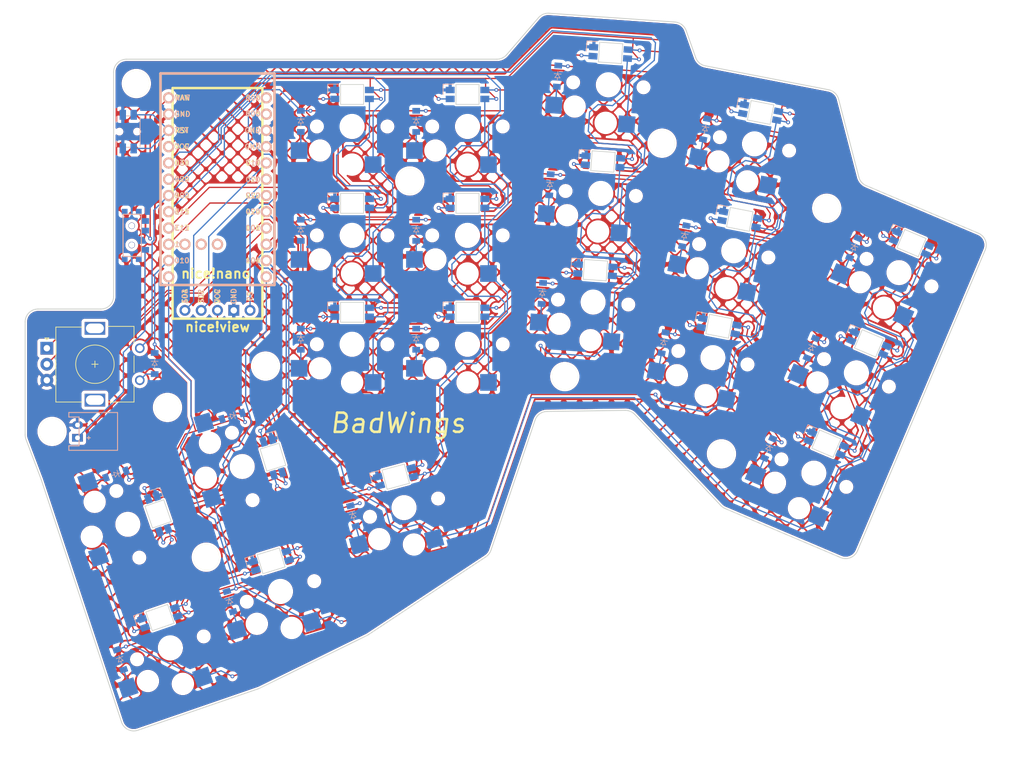
<source format=kicad_pcb>
(kicad_pcb (version 20241229) (generator "pcbnew") (generator_version "9.0")
  (title_block (title "badWingsRight") (date "2025-10-28") (rev "v1.0.0") (company "CABeale"))
  (layers (0 "F.Cu" signal) (2 "B.Cu" signal) (13 "F.Paste" user) (15 "B.Paste" user) (5 "F.SilkS" user "F.Silkscreen") (7 "B.SilkS" user "B.Silkscreen") (1 "F.Mask" user) (3 "B.Mask" user) (25 "Edge.Cuts" user))
  (net 0 "")
  (net 1 "P104")
  (net 2 "mirror_pinky_bottom")
  (net 3 "mirror_pinky_home")
  (net 4 "mirror_pinky_top")
  (net 5 "P106")
  (net 6 "mirror_ring_bottom")
  (net 7 "mirror_ring_home")
  (net 8 "mirror_ring_top")
  (net 9 "P031")
  (net 10 "mirror_middle_bottom")
  (net 11 "mirror_middle_home")
  (net 12 "mirror_middle_top")
  (net 13 "P029")
  (net 14 "mirror_index_bottom")
  (net 15 "mirror_index_home")
  (net 16 "mirror_index_top")
  (net 17 "P002")
  (net 18 "mirror_inner_bottom")
  (net 19 "mirror_inner_home")
  (net 20 "mirror_inner_top")
  (net 21 "mirror_left_bottom")
  (net 22 "mirror_center_bottom")
  (net 23 "mirror_center_top")
  (net 24 "mirror_right_bottom")
  (net 25 "mirror_right_top")
  (net 26 "P111")
  (net 27 "P113")
  (net 28 "P115")
  (net 29 "P009")
  (net 30 "P010")
  (net 31 "RAW")
  (net 32 "GND")
  (net 33 "RST")
  (net 34 "VCC")
  (net 35 "P006")
  (net 36 "P008")
  (net 37 "P017")
  (net 38 "P020")
  (net 39 "P022")
  (net 40 "P024")
  (net 41 "P100")
  (net 42 "P011")
  (net 43 "P101")
  (net 44 "P102")
  (net 45 "P107")
  (net 46 "LED10")
  (net 47 "LED9")
  (net 48 "LED11")
  (net 49 "LEDEND")
  (net 50 "LED19")
  (net 51 "LED8")
  (net 52 "LED12")
  (net 53 "LED18")
  (net 54 "LED7")
  (net 55 "LED13")
  (net 56 "LED17")
  (net 57 "LED6")
  (net 58 "LED14")
  (net 59 "LED16")
  (net 60 "LED5")
  (net 61 "LED15")
  (net 62 "LED4")
  (net 63 "LED3")
  (net 64 "LED1")
  (net 65 "LED2")
  (net 66 "pos")
  (net 67 "endiode")
  (footprint "E73:SPDT_C128955" (layer "F.Cu") (at 223.79741 146.993498 90)
    (property "Reference" "T1" (hide yes))
    (property "Value" "" (hide yes))
  )
  (footprint "VIA-0.6mm" (layer "F.Cu") (at 291.83473 120.59344 -4)
    (property "Reference" "REF**" (hide yes))
    (property "Value" "VIA-0.6mm" (hide yes))
  )
  (footprint "HOLE_M2_TH" (layer "F.Cu") (at 291.354952 169.027951 -4)
    (property "Reference" "")
    (property "Value" "")
  )
  (footprint "VIA-0.6mm" (layer "F.Cu") (at 310.863882 161.007638 -11)
    (property "Reference" "REF**" (hide yes))
    (property "Value" "VIA-0.6mm" (hide yes))
  )
  (footprint "VIA-0.6mm" (layer "F.Cu") (at 253.677405 142.693501)
    (property "Reference" "REF**" (hide yes))
    (property "Value" "VIA-0.6mm" (hide yes))
  )
  (footprint "VIA-0.6mm" (layer "F.Cu") (at 326.453165 127.975324 -11)
    (property "Reference" "REF**" (hide yes))
    (property "Value" "VIA-0.6mm" (hide yes))
  )
  (footprint "VIA-0.6mm" (layer "F.Cu") (at 230.044206 194.493864 -71)
    (property "Reference" "REF**" (hide yes))
    (property "Value" "VIA-0.6mm" (hide yes))
  )
  (footprint "JST_PH_S2B-PH-K_02x2.00mm_Angled" (layer "F.Cu") (at 215.33741 177.593495 90)
    (property "Reference" "JST1" (hide yes))
    (property "Value" "" (hide yes))
  )
  (footprint "rotary_encoder" (layer "F.Cu") (at 218.17741 167.143498)
    (property "Reference" "ROT1" (hide yes))
    (property "Value" "")
  )
  (footprint "VIA-0.6mm" (layer "F.Cu") (at 262.677414 158.293498)
    (property "Reference" "REF**" (hide yes))
    (property "Value" "VIA-0.6mm" (hide yes))
  )
  (footprint "VIA-0.6mm" (layer "F.Cu") (at 246.470408 186.114405 -73)
    (property "Reference" "REF**" (hide yes))
    (property "Value" "VIA-0.6mm" (hide yes))
  )
  (footprint "VIA-0.6mm" (layer "F.Cu") (at 225.790368 186.43999 -71)
    (property "Reference" "REF**" (hide yes))
    (property "Value" "VIA-0.6mm" (hide yes))
  )
  (footprint "VIA-0.6mm" (layer "F.Cu") (at 232.686172 205.85256 19)
    (property "Reference" "REF**" (hide yes))
    (property "Value" "VIA-0.6mm" (hide yes))
  )
  (footprint "PG1350" (layer "F.Cu") (at 317.704472 149.399611 169)
    (property "Reference" "S5" (hide yes))
    (property "Value" "" (hide yes))
  )
  (footprint "HOLE_M2_TH" (layer "F.Cu") (at 306.533139 132.597989 -4)
    (property "Reference" "")
    (property "Value" "")
  )
  (footprint "PG1350" (layer "F.Cu") (at 295.776272 157.408064 176)
    (property "Reference" "S7" (hide yes))
    (property "Value" "" (hide yes))
  )
  (footprint "PG1350" (layer "F.Cu") (at 276.177405 163.993489 180)
    (property "Reference" "S10" (hide yes))
    (property "Value" "" (hide yes))
  )
  (footprint "VIA-0.6mm" (layer "F.Cu") (at 280.67741 141.293498)
    (property "Reference" "REF**" (hide yes))
    (property "Value" "VIA-0.6mm" (hide yes))
  )
  (footprint "VIA-0.6mm" (layer "F.Cu") (at 227.377409 163.993504 1)
    (property "Reference" "REF**" (hide yes))
    (property "Value" "VIA-0.6mm" (hide yes))
  )
  (footprint "VIA-0.6mm" (layer "F.Cu") (at 301.848786 135.077264 -4)
    (property "Reference" "REF**" (hide yes))
    (property "Value" "VIA-0.6mm" (hide yes))
  )
  (footprint "VIA-0.6mm" (layer "F.Cu") (at 253.677409 125.693502)
    (property "Reference" "REF**" (hide yes))
    (property "Value" "VIA-0.6mm" (hide yes))
  )
  (footprint "VIA-0.6mm" (layer "F.Cu") (at 271.67741 159.693498)
    (property "Reference" "REF**" (hide yes))
    (property "Value" "VIA-0.6mm" (hide yes))
  )
  (footprint "VIA-0.6mm" (layer "F.Cu") (at 317.351389 127.632317 -11)
    (property "Reference" "REF**" (hide yes))
    (property "Value" "VIA-0.6mm" (hide yes))
  )
  (footprint "VIA-0.6mm" (layer "F.Cu") (at 291.587175 152.804628 -4)
    (property "Reference" "REF**" (hide yes))
    (property "Value" "VIA-0.6mm" (hide yes))
  )
  (footprint "VIA-0.6mm" (layer "F.Cu") (at 287.582315 164.203031 -4)
    (property "Reference" "REF**" (hide yes))
    (property "Value" "VIA-0.6mm" (hide yes))
  )
  (footprint "VIA-0.6mm" (layer "F.Cu") (at 251.677405 161.543498)
    (property "Reference" "REF**" (hide yes))
    (property "Value" "VIA-0.6mm" (hide yes))
  )
  (footprint "PG1350" (layer "F.Cu") (at 276.177406 146.993498 180)
    (property "Reference" "S11" (hide yes))
    (property "Value" "" (hide yes))
  )
  (footprint "VIA-0.6mm" (layer "F.Cu") (at 326.18603 129.349598 -11)
    (property "Reference" "REF**" (hide yes))
    (property "Value" "VIA-0.6mm" (hide yes))
  )
  (footprint "VIA-0.6mm" (layer "F.Cu") (at 293.958919 118.887453 -4)
    (property "Reference" "REF**" (hide yes))
    (property "Value" "VIA-0.6mm" (hide yes))
  )
  (footprint "VIA-0.6mm" (layer "F.Cu") (at 262.677414 125.693501)
    (property "Reference" "REF**" (hide yes))
    (property "Value" "VIA-0.6mm" (hide yes))
  )
  (footprint "PG1350" (layer "F.Cu") (at 343.493453 152.803806 157)
    (property "Reference" "S3" (hide yes))
    (property "Value" "" (hide yes))
  )
  (footprint "VIA-0.6mm" (layer "F.Cu") (at 228.720477 194.94966 -71)
    (property "Reference" "REF**" (hide yes))
    (property "Value" "VIA-0.6mm" (hide yes))
  )
  (footprint "VIA-0.6mm" (layer "F.Cu") (at 303.034639 118.118674 -4)
    (property "Reference" "REF**" (hide yes))
    (property "Value" "VIA-0.6mm" (hide yes))
  )
  (footprint "VIA-0.6mm" (layer "F.Cu") (at 336.578032 180.612378 -23)
    (property "Reference" "REF**" (hide yes))
    (property "Value" "VIA-0.6mm" (hide yes))
  )
  (footprint "VIA-0.6mm" (layer "F.Cu") (at 314.107633 144.319983 -11)
    (property "Reference" "REF**" (hide yes))
    (property "Value" "VIA-0.6mm" (hide yes))
  )
  (footprint "VIA-0.6mm" (layer "F.Cu") (at 308.547633 162.442037 -11)
    (property "Reference" "REF**" (hide yes))
    (property "Value" "VIA-0.6mm" (hide yes))
  )
  (footprint "VIA-0.6mm" (layer "F.Cu") (at 251.67741 144.543494)
    (property "Reference" "REF**" (hide yes))
    (property "Value" "VIA-0.6mm" (hide yes))
  )
  (footprint "VIA-0.6mm" (layer "F.Cu") (at 269.148808 182.823035 15)
    (property "Reference" "REF**" (hide yes))
    (property "Value" "VIA-0.6mm" (hide yes))
  )
  (footprint "VIA-0.6mm" (layer "F.Cu") (at 251.677409 127.543499)
    (property "Reference" "REF**" (hide yes))
    (property "Value" "VIA-0.6mm" (hide yes))
  )
  (footprint "PG1350" (layer "F.Cu") (at 247.007013 202.576847 -163)
    (property "Reference" "S17" (hide yes))
    (property "Value" "" (hide yes))
  )
  (footprint "PG1350" (layer "F.Cu") (at 258.177409 146.993495 180)
    (property "Reference" "S14" (hide yes))
    (property "Value" "" (hide yes))
  )
  (footprint "VIA-0.6mm" (layer "F.Cu") (at 315.035144 129.066709 -11)
    (property "Reference" "REF**" (hide yes))
    (property "Value" "VIA-0.6mm" (hide yes))
  )
  (footprint "HOLE_M2_TH" (layer "F.Cu") (at 244.677405 167.393499)
    (property "Reference" "")
    (property "Value" "")
  )
  (footprint "PG1350" (layer "F.Cu") (at 266.277416 189.493502 -165)
    (property "Reference" "S16" (hide yes))
    (property "Value" "" (hide yes))
  )
  (footprint "VIA-0.6mm" (layer "F.Cu") (at 327.746466 178.38451 -23)
    (property "Reference" "REF**" (hide yes))
    (property "Value" "VIA-0.6mm" (hide yes))
  )
  (footprint "PG1350" (layer "F.Cu") (at 276.177403 129.993485 180)
    (property "Reference" "S12" (hide yes))
    (property "Value" "" (hide yes))
  )
  (footprint "VIA-0.6mm" (layer "F.Cu") (at 300.662924 152.035851 -4)
    (property "Reference" "REF**" (hide yes))
    (property "Value" "VIA-0.6mm" (hide yes))
  )
  (footprint "VIA-0.6mm" (layer "F.Cu") (at 290.648872 137.552027 -4)
    (property "Reference" "REF**" (hide yes))
    (property "Value" "VIA-0.6mm" (hide yes))
  )
  (footprint "HOLE_M2_TH" (layer "F.Cu") (at 235.436952 197.225786 -27)
    (property "Reference" "")
    (property "Value" "")
  )
  (footprint "HOLE_M2_TH" (layer "F.Cu") (at 211.37741 177.593509)
    (property "Reference" "")
    (property "Value" "")
  )
  (footprint "VIA-0.6mm" (layer "F.Cu") (at 271.677411 125.693497)
    (property "Reference" "REF**" (hide yes))
    (property "Value" "VIA-0.6mm" (hide yes))
  )
  (footprint "VIA-0.6mm" (layer "F.Cu") (at 269.67741 144.543498)
    (property "Reference" "REF**" (hide yes))
    (property "Value" "VIA-0.6mm" (hide yes))
  )
  (footprint "PG1350" (layer "F.Cu") (at 336.851024 168.452388 157)
    (property "Reference" "S2" (hide yes))
    (property "Value" "" (hide yes))
  )
  (footprint "VIA-0.6mm" (layer "F.Cu") (at 311.791385 145.754371 -11)
    (property "Reference" "REF**" (hide yes))
    (property "Value" "VIA-0.6mm" (hide yes))
  )
  (footprint "VIA-0.6mm" (layer "F.Cu") (at 302.936984 119.515265 -4)
    (property "Reference" "REF**" (hide yes))
    (property "Value" "VIA-0.6mm" (hide yes))
  )
  (footprint "PG1350" (layer "F.Cu") (at 330.208594 184.100971 157)
    (property "Reference" "S1" (hide yes))
    (property "Value" "" (hide yes))
  )
  (footprint "PG1350" (layer "F.Cu") (at 258.17741 163.993498 180)
    (property "Reference" "S13" (hide yes))
    (property "Value" "" (hide yes))
  )
  (footprint "VIA-0.6mm" (layer "F.Cu") (at 241.485156 176.135941 -73)
    (property "Reference" "REF**" (hide yes))
    (property "Value" "VIA-0.6mm" (hide yes))
  )
  (footprint "VIA-0.6mm" (layer "F.Cu") (at 256.51948 207.354433 17)
    (property "Reference" "REF**" (hide yes))
    (property "Value" "VIA-0.6mm" (hide yes))
  )
  (footprint "PG1350" (layer "F.Cu") (at 296.962133 140.449477 176)
    (property "Reference" "S8" (hide yes))
    (property "Value" "" (hide yes))
  )
  (footprint "VIA-0.6mm" (layer "F.Cu") (at 280.677412 124.293497)
    (property "Reference" "REF**" (hide yes))
    (property "Value" "VIA-0.6mm" (hide yes))
  )
  (footprint "lib:niceView_headers" (layer "F.Cu") (at 237.17741 159.993498 90)
    (property "Reference" "niceView1" (hide yes))
    (property "Value" "niceView" (hide yes))
  )
  (footprint "VIA-0.6mm" (layer "F.Cu") (at 338.467462 148.008817 -23)
    (property "Reference" "REF**" (hide yes))
    (property "Value" "VIA-0.6mm" (hide yes))
  )
  (footprint "VIA-0.6mm" (layer "F.Cu") (at 259.364786 188.809302 15)
    (property "Reference" "REF**" (hide yes))
    (property "Value" "VIA-0.6mm" (hide yes))
  )
  (footprint "VIA-0.6mm" (layer "F.Cu") (at 341.031318 147.087347 -23)
    (property "Reference" "REF**" (hide yes))
    (property "Value" "VIA-0.6mm" (hide yes))
  )
  (footprint "HOLE_M2_TH" (layer "F.Cu") (at 267.177405 138.493499)
    (property "Reference" "")
    (property "Value" "")
  )
  (footprint "PG1350" (layer "F.Cu") (at 320.948233 132.711954 169)
    (property "Reference" "S6" (hide yes))
    (property "Value" "" (hide yes))
  )
  (footprint "VIA-0.6mm" (layer "F.Cu") (at 250.053183 197.149065 17)
    (property "Reference" "REF**" (hide yes))
    (property "Value" "VIA-0.6mm" (hide yes))
  )
  (footprint "PG1350" (layer "F.Cu") (at 229.831282 211.383341 -161)
    (property "Reference" "S19" (hide yes))
    (property "Value" "" (hide yes))
  )
  (footprint "HOLE_M2_TH" (layer "F.Cu") (at 315.794646 181.094183 -17)
    (property "Reference" "")
    (property "Value" "")
  )
  (footprint "VIA-0.6mm" (layer "F.Cu") (at 232.230376 204.528835 19)
    (property "Reference" "REF**" (hide yes))
    (property "Value" "VIA-0.6mm" (hide yes))
  )
  (footprint "VIA-0.6mm" (layer "F.Cu") (at 226.677405 147.493489)
    (property "Reference" "REF**" (hide yes))
    (property "Value" "VIA-0.6mm" (hide yes))
  )
  (footprint "VIA-0.6mm" (layer "F.Cu") (at 223.390018 185.151256 -71)
    (property "Reference" "REF**" (hide yes))
    (property "Value" "VIA-0.6mm" (hide yes))
  )
  (footprint "VIA-0.6mm" (layer "F.Cu") (at 253.677404 159.693496)
    (property "Reference" "REF**" (hide yes))
    (property "Value" "VIA-0.6mm" (hide yes))
  )
  (footprint "PG1350" (layer "F.Cu") (at 258.17741 129.993497 180)
    (property "Reference" "S15" (hide yes))
    (property "Value" "" (hide yes))
  )
  (footprint "VIA-0.6mm" (layer "F.Cu") (at 239.504703 215.826031 19)
    (property "Reference" "REF**" (hide yes))
    (property "Value" "VIA-0.6mm" (hide yes))
  )
  (footprint "VIA-0.6mm" (layer "F.Cu") (at 243.839068 177.507657 -73)
    (property "Reference" "REF**" (hide yes))
    (property "Value" "VIA-0.6mm" (hide yes))
  )
  (footprint "PG1350" (layer "F.Cu") (at 223.189695 192.094769 109)
    (property "Reference" "S20" (hide yes))
    (property "Value" "" (hide yes))
  )
  (footprint "VIA-0.6mm" (layer "F.Cu") (at 269.511149 184.175327 15)
    (property "Reference" "REF**" (hide yes))
    (property "Value" "VIA-0.6mm" (hide yes))
  )
  (footprint "VIA-0.6mm" (layer "F.Cu") (at 331.825035 163.6574 -23)
    (property "Reference" "REF**" (hide yes))
    (property "Value" "VIA-0.6mm" (hide yes))
  )
  (footprint "VIA-0.6mm" (layer "F.Cu") (at 262.67741 141.293498)
    (property "Reference" "REF**" (hide yes))
    (property "Value" "VIA-0.6mm" (hide yes))
  )
  (footprint "PG1350" (layer "F.Cu") (at 298.147993 123.490886 176)
    (property "Reference" "S9" (hide yes))
    (property "Value" "" (hide yes))
  )
  (footprint "VIA-0.6mm" (layer "F.Cu") (at 325.182605 179.305974 -23)
    (property "Reference" "REF**" (hide yes))
    (property "Value" "VIA-0.6mm" (hide yes))
  )
  (footprint "VIA-0.6mm" (layer "F.Cu") (at 289.46302 154.510616 -4)
    (property "Reference" "REF**" (hide yes))
    (property "Value" "VIA-0.6mm" (hide yes))
  )
  (footprint "HOLE_M2_TH" (layer "F.Cu") (at 224.51741 123.293498)
    (property "Reference" "")
    (property "Value" "")
  )
  (footprint "VIA-0.6mm" (layer "F.Cu") (at 280.67741 125.693498)
    (property "Reference" "REF**" (hide yes))
    (property "Value" "VIA-0.6mm" (hide yes))
  )
  (footprint "VIA-0.6mm" (layer "F.Cu") (at 280.67741 158.293498)
    (property "Reference" "REF**" (hide yes))
    (property "Value" "VIA-0.6mm" (hide yes))
  )
  (footprint "HOLE_M2_TH" (layer "F.Cu") (at 229.37741 173.853498)
    (property "Reference" "")
    (property "Value" "")
  )
  (footprint "VIA-0.6mm" (layer "F.Cu") (at 334.388896 162.735927 -23)
    (property "Reference" "REF**" (hide yes))
    (property "Value" "VIA-0.6mm" (hide yes))
  )
  (footprint "VIA-0.6mm" (layer "F.Cu") (at 260.817823 186.504701 15)
    (property "Reference" "REF**" (hide yes))
    (property "Value" "VIA-0.6mm" (hide yes))
  )
  (footprint "HOLE_M2_TH" (layer "F.Cu") (at 332.220843 142.75788 -17)
    (property "Reference" "")
    (property "Value" "")
  )
  (footprint "VIA-0.6mm" (layer "F.Cu") (at 323.209414 144.662982 -11)
    (property "Reference" "REF**" (hide yes))
    (property "Value" "VIA-0.6mm" (hide yes))
  )
  (footprint "VIA-0.6mm" (layer "F.Cu") (at 343.220457 164.963798 -23)
    (property "Reference" "REF**" (hide yes))
    (property "Value" "VIA-0.6mm" (hide yes))
  )
  (footprint "VIA-0.6mm" (layer "F.Cu") (at 349.315868 150.603925 -23)
    (property "Reference" "REF**" (hide yes))
    (property "Value" "VIA-0.6mm" (hide yes))
  )
  (footprint "VIA-0.6mm" (layer "F.Cu") (at 319.965661 161.350644 -11)
    (property "Reference" "REF**" (hide yes))
    (property "Value" "VIA-0.6mm" (hide yes))
  )
  (footprint "PG1350" (layer "F.Cu") (at 314.460725 166.087278 169)
    (property "Reference" "S4" (hide yes))
    (property "Value" "" (hide yes))
  )
  (footprint "VIA-0.6mm" (layer "F.Cu") (at 240.074716 202.134319 17)
    (property "Reference" "REF**" (hide yes))
    (property "Value" "VIA-0.6mm" (hide yes))
  )
  (footprint "VIA-0.6mm" (layer "F.Cu") (at 269.67741 161.543498)
    (property "Reference" "REF**" (hide yes))
    (property "Value" "VIA-0.6mm" (hide yes))
  )
  (footprint "VIA-0.6mm" (layer "F.Cu") (at 292.773041 135.846044 -4)
    (property "Reference" "REF**" (hide yes))
    (property "Value" "VIA-0.6mm" (hide yes))
  )
  (footprint "VIA-0.6mm" (layer "F.Cu") (at 271.677408 142.693498)
    (property "Reference" "REF**" (hide yes))
    (property "Value" "VIA-0.6mm" (hide yes))
  )
  (footprint "VIA-0.6mm" (layer "F.Cu") (at 224.176505 208.782675 19)
    (property "Reference" "REF**" (hide yes))
    (property "Value" "VIA-0.6mm" (hide yes))
  )
  (footprint "VIA-0.6mm" (layer "F.Cu") (at 247.809235 185.705085 -73)
    (property "Reference" "REF**" (hide yes))
    (property "Value" "VIA-0.6mm" (hide yes))
  )
  (footprint "VIA-0.6mm" (layer "F.Cu") (at 305.499751 171.833005 -11)
    (property "Reference" "REF**" (hide yes))
    (property "Value" "VIA-0.6mm" (hide yes))
  )
  (footprint "VIA-0.6mm" (layer "F.Cu") (at 249.643861 195.810244 17)
    (property "Reference" "REF**" (hide yes))
    (property "Value" "VIA-0.6mm" (hide yes))
  )
  (footprint "VIA-0.6mm" (layer "F.Cu") (at 269.67741 127.543494)
    (property "Reference" "REF**" (hide yes))
    (property "Value" "VIA-0.6mm" (hide yes))
  )
  (footprint "PG1350" (layer "F.Cu") (at 241.042625 183.068232 107)
    (property "Reference" "S18" (hide yes))
    (property "Value" "" (hide yes))
  )
  (footprint "VIA-0.6mm" (layer "F.Cu") (at 241.446436 199.780413 17)
    (property "Reference" "REF**" (hide yes))
    (property "Value" "VIA-0.6mm" (hide yes))
  )
  (footprint "VIA-0.6mm" (layer "F.Cu") (at 262.67741 124.293498)
    (property "Reference" "REF**" (hide yes))
    (property "Value" "VIA-0.6mm" (hide yes))
  )
  (footprint "Panasonic_EVQPUL_EVQPUC" (layer "F.Cu") (at 223.25741 130.793498 90)
    (property "Reference" "B1" (hide yes))
    (property "Value" "Panasonic_EVQPUL_EVQPUC" (hide yes))
  )
  (footprint "VIA-0.6mm" (layer "F.Cu") (at 222.887766 211.183022 19)
    (property "Reference" "REF**" (hide yes))
    (property "Value" "VIA-0.6mm" (hide yes))
  )
  (footprint "ceoloide:diode_tht_sod123" (layer "B.Cu") (at 310.004111 147.087841 -101)
    (property "Reference" "D5" (hide yes))
    (property "Value" "")
  )
  (footprint "ceoloide:diode_tht_sod123" (layer "B.Cu") (at 250.177425 146.193493 -90)
    (property "Reference" "D14" (hide yes))
    (property "Value" "")
  )
  (footprint "ceoloide:diode_tht_sod123" (layer "B.Cu") (at 222.006678 213.231478 -71)
    (property "Reference" "D19" (hide yes))
    (property "Value" "")
  )
  (footprint "ceoloide:led_SK6812mini-e (per-keysingle-side)" (layer "B.Cu") (at 245.824143 181.606368 -73)
    (property "Reference" "LED18" (hide yes))
    (property "Value" "")
    (fp_poly (pts (xy -1.800006 -1.54999) (xy 1.799998 -1.549997) (xy 1.800006 1.54999) (xy -1.799998 1.549997)) (stroke (width 0.12)) (fill no) (layer "Edge.Cuts"))
  )
  (footprint "ceoloide:led_SK6812mini-e (per-keysingle-side)" (layer "B.Cu") (at 276.177413 124.993497)
    (property "Reference" "LED12" (hide yes))
    (property "Value" "")
    (fp_poly (pts (xy -1.799998 -1.549997) (xy 1.799997 -1.549994) (xy 1.799998 1.549997) (xy -1.799997 1.549994)) (stroke (width 0.12)) (fill no) (layer "Edge.Cuts"))
  )
  (footprint "ceoloide:diode_tht_sod123" (layer "B.Cu") (at 336.442002 148.941553 -113)
    (property "Reference" "D3" (hide yes))
    (property "Value" "")
  )
  (footprint "ceoloide:diode_tht_sod123" (layer "B.Cu") (at 306.760357 163.775506 -101)
    (property "Reference" "D4" (hide yes))
    (property "Value" "")
  )
  (footprint "ceoloide:diode_tht_sod123" (layer "B.Cu") (at 239.122668 204.150777 -73)
    (property "Reference" "D17" (hide yes))
    (property "Value" "")
  )
  (footprint "ceoloide:led_SK6812mini-e (per-keysingle-side)" (layer "B.Cu") (at 264.983312 184.663873 15)
    (property "Reference" "LED16" (hide yes))
    (property "Value" "")
    (fp_poly (pts (xy -1.800005 -1.549988) (xy 1.799999 -1.55) (xy 1.800005 1.549988) (xy -1.799999 1.55)) (stroke (width 0.12)) (fill no) (layer "Edge.Cuts"))
  )
  (footprint "ceoloide:led_SK6812mini-e (per-keysingle-side)" (layer "B.Cu") (at 298.496775 118.503066 -4)
    (property "Reference" "LED9" (hide yes))
    (property "Value" "")
    (fp_poly (pts (xy -1.799998 -1.549997) (xy 1.799995 -1.549992) (xy 1.799998 1.549997) (xy -1.799995 1.549992)) (stroke (width 0.12)) (fill no) (layer "Edge.Cuts"))
  )
  (footprint "ceoloide:diode_tht_sod123" (layer "B.Cu") (at 250.17741 163.193494 -90)
    (property "Reference" "D13" (hide yes))
    (property "Value" "")
  )
  (footprint "ceoloide:diode_tht_sod123" (layer "B.Cu") (at 268.177406 146.1935 -90)
    (property "Reference" "D11" (hide yes))
    (property "Value" "")
  )
  (footprint "ceoloide:led_SK6812mini-e (per-keysingle-side)" (layer "B.Cu") (at 321.902279 127.803816 -11)
    (property "Reference" "LED6" (hide yes))
    (property "Value" "")
    (fp_poly (pts (xy -1.799998 -1.549992) (xy 1.799998 -1.549991) (xy 1.799998 1.549992) (xy -1.799998 1.549991)) (stroke (width 0.12)) (fill no) (layer "Edge.Cuts"))
  )
  (footprint "ceoloide:diode_tht_sod123" (layer "B.Cu") (at 287.851566 156.05196 -94)
    (property "Reference" "D7" (hide yes))
    (property "Value" "")
  )
  (footprint "ceoloide:led_SK6812mini-e (per-keysingle-side)" (layer "B.Cu") (at 258.17741 141.993498)
    (property "Reference" "LED14" (hide yes))
    (property "Value" "")
    (fp_poly (pts (xy -1.799998 -1.549997) (xy 1.799997 -1.549994) (xy 1.799998 1.549997) (xy -1.799997 1.549994)) (stroke (width 0.12)) (fill no) (layer "Edge.Cuts"))
  )
  (footprint "ceoloide:led_SK6812mini-e (per-keysingle-side)" (layer "B.Cu") (at 296.125055 152.420243 -4)
    (property "Reference" "LED7" (hide yes))
    (property "Value" "")
    (fp_poly (pts (xy -1.799998 -1.549997) (xy 1.799995 -1.549992) (xy 1.799998 1.549997) (xy -1.799995 1.549992)) (stroke (width 0.12)) (fill no) (layer "Edge.Cuts"))
  )
  (footprint "ceoloide:led_SK6812mini-e (per-keysingle-side)" (layer "B.Cu") (at 345.447107 148.201283 -23)
    (property "Reference" "LED3" (hide yes))
    (property "Value" "")
    (fp_poly (pts (xy -1.8 -1.549993) (xy 1.799995 -1.549993) (xy 1.8 1.549993) (xy -1.799995 1.549993)) (stroke (width 0.12)) (fill no) (layer "Edge.Cuts"))
  )
  (footprint "ceoloide:diode_tht_sod123" (layer "B.Cu") (at 268.177408 163.193497 -90)
    (property "Reference" "D10" (hide yes))
    (property "Value" "")
  )
  (footprint "ceoloide:diode_tht_sod123" (layer "B.Cu") (at 290.223286 122.134784 -94)
    (property "Reference" "D9" (hide yes))
    (property "Value" "")
  )
  (footprint "ceoloide:diode_tht_sod123" (layer "B.Cu") (at 227.37741 166.993498 -90)
    (property "Reference" "D21" (hide yes))
    (property "Value" "")
  )
  (footprint "ceoloide:led_SK6812mini-e (per-keysingle-side)" (layer "B.Cu") (at 276.17741 141.993498)
    (property "Reference" "LED11" (hide yes))
    (property "Value" "")
    (fp_poly (pts (xy -1.799998 -1.549997) (xy 1.799997 -1.549994) (xy 1.799998 1.549997) (xy -1.799997 1.549994)) (stroke (width 0.12)) (fill no) (layer "Edge.Cuts"))
  )
  (footprint "ceoloide:led_SK6812mini-e (per-keysingle-side)" (layer "B.Cu") (at 228.203438 206.655753 19)
    (property "Reference" "LED19" (hide yes))
    (property "Value" "")
    (fp_poly (pts (xy -1.799999 -1.549993) (xy 1.8 -1.549999) (xy 1.799999 1.549993) (xy -1.8 1.549999)) (stroke (width 0.12)) (fill no) (layer "Edge.Cuts"))
  )
  (footprint "ceoloide:diode_tht_sod123" (layer "B.Cu") (at 313.247864 130.400178 -101)
    (property "Reference" "D6" (hide yes))
    (property "Value" "")
  )
  (footprint "ceoloide:diode_tht_sod123" (layer "B.Cu") (at 323.15714 180.238718 -113)
    (property "Reference" "D1" (hide yes))
    (property "Value" "")
  )
  (footprint "ceoloide:led_SK6812mini-e (per-keysingle-side)" (layer "B.Cu") (at 276.177414 158.993496)
    (property "Reference" "LED10" (hide yes))
    (property "Value" "")
    (fp_poly (pts (xy -1.799998 -1.549997) (xy 1.799997 -1.549994) (xy 1.799998 1.549997) (xy -1.799997 1.549994)) (stroke (width 0.12)) (fill no) (layer "Edge.Cuts"))
  )
  (footprint "ceoloide:led_SK6812mini-e (per-keysingle-side)" (layer "B.Cu") (at 227.917284 190.466928 -71)
    (property "Reference" "LED20" (hide yes))
    (property "Value" "")
    (fp_poly (pts (xy -1.799999 -1.549993) (xy 1.8 -1.549999) (xy 1.799999 1.549993) (xy -1.8 1.549999)) (stroke (width 0.12)) (fill no) (layer "Edge.Cuts"))
  )
  (footprint "ceoloide:diode_tht_sod123" (layer "B.Cu") (at 329.799568 164.590148 -113)
    (property "Reference" "D2" (hide yes))
    (property "Value" "")
  )
  (footprint "ceoloide:led_SK6812mini-e (per-keysingle-side)" (layer "B.Cu") (at 338.804675 163.849862 -23)
    (property "Reference" "LED2" (hide yes))
    (property "Value" "")
    (fp_poly (pts (xy -1.8 -1.549993) (xy 1.799995 -1.549993) (xy 1.8 1.549993) (xy -1.799995 1.549993)) (stroke (width 0.12)) (fill no) (layer "Edge.Cuts"))
  )
  (footprint "ceoloide:led_SK6812mini-e (per-keysingle-side)" (layer "B.Cu") (at 258.177411 124.993491)
    (property "Reference" "LED15" (hide yes))
    (property "Value" "")
    (fp_poly (pts (xy -1.799998 -1.549997) (xy 1.799997 -1.549994) (xy 1.799998 1.549997) (xy -1.799997 1.549994)) (stroke (width 0.12)) (fill no) (layer "Edge.Cuts"))
  )
  (footprint "ceoloide:led_SK6812mini-e (per-keysingle-side)" (layer "B.Cu") (at 332.162255 179.498445 -23)
    (property "Reference" "LED1" (hide yes))
    (property "Value" "")
    (fp_poly (pts (xy -1.8 -1.549993) (xy 1.799995 -1.549993) (xy 1.8 1.549993) (xy -1.799995 1.549993)) (stroke (width 0.12)) (fill no) (layer "Edge.Cuts"))
  )
  (footprint "ceoloide:diode_tht_sod123" (layer "B.Cu") (at 221.341557 184.270166 -161)
    (property "Reference" "D20" (hide yes))
    (property "Value" "")
  )
  (footprint "ceoloide:led_SK6812mini-e (per-keysingle-side)" (layer "B.Cu") (at 245.545147 197.795324 17)
    (property "Reference" "LED17" (hide yes))
    (property "Value" "")
    (fp_poly (pts (xy -1.800006 -1.54999) (xy 1.799998 -1.549997) (xy 1.800006 1.54999) (xy -1.799998 1.549997)) (stroke (width 0.12)) (fill no) (layer "Edge.Cuts"))
  )
  (footprint "ceoloide:led_SK6812mini-e (per-keysingle-side)" (layer "B.Cu") (at 315.414772 161.179143 -11)
    (property "Reference" "LED4" (hide yes))
    (property "Value" "")
    (fp_poly (pts (xy -1.799998 -1.549992) (xy 1.799998 -1.549991) (xy 1.799998 1.549992) (xy -1.799998 1.549991)) (stroke (width 0.12)) (fill no) (layer "Edge.Cuts"))
  )
  (footprint "ceoloide:led_SK6812mini-e (per-keysingle-side)" (layer "B.Cu") (at 258.17741 158.993501)
    (property "Reference" "LED13" (hide yes))
    (property "Value" "")
    (fp_poly (pts (xy -1.799998 -1.549997) (xy 1.799997 -1.549994) (xy 1.799998 1.549997) (xy -1.799997 1.549994)) (stroke (width 0.12)) (fill no) (layer "Edge.Cuts"))
  )
  (footprint "ceoloide:led_SK6812mini-e (per-keysingle-side)" (layer "B.Cu") (at 297.310904 135.461655 -4)
    (property "Reference" "LED8" (hide yes))
    (property "Value" "")
    (fp_poly (pts (xy -1.799998 -1.549997) (xy 1.799995 -1.549992) (xy 1.799998 1.549997) (xy -1.799995 1.549992)) (stroke (width 0.12)) (fill no) (layer "Edge.Cuts"))
  )
  (footprint "ceoloide:diode_tht_sod123" (layer "B.Cu") (at 268.17741 129.193498 -90)
    (property "Reference" "D12" (hide yes))
    (property "Value" "")
  )
  (footprint "ceoloide:diode_tht_sod123" (layer "B.Cu") (at 239.468695 175.183897 -163)
    (property "Reference" "D18" (hide yes))
    (property "Value" "")
  )
  (footprint "ceoloide:diode_tht_sod123" (layer "B.Cu") (at 250.177407 129.193505 -90)
    (property "Reference" "D15" (hide yes))
    (property "Value" "")
  )
  (footprint "nice_nano" (layer "B.Cu") (at 237.177413 139.493496 -90)
    (property "Reference" "MCU1" (hide yes))
    (property "Value" "nice_nano" (hide yes))
  )
  (footprint "ceoloide:diode_tht_sod123" (layer "B.Cu") (at 258.342948 190.79131 -75)
    (property "Reference" "D16" (hide yes))
    (property "Value" "")
  )
  (footprint "ceoloide:led_SK6812mini-e (per-keysingle-side)" (layer "B.Cu") (at 318.658525 144.49148 -11)
    (property "Reference" "LED5" (hide yes))
    (property "Value" "")
    (fp_poly (pts (xy -1.799998 -1.549992) (xy 1.799998 -1.549991) (xy 1.799998 1.549992) (xy -1.799998 1.549991)) (stroke (width 0.12)) (fill no) (layer "Edge.Cuts"))
  )
  (footprint "ceoloide:diode_tht_sod123" (layer "B.Cu") (at 289.037426 139.093372 -94)
    (property "Reference" "D8" (hide yes))
    (property "Value" "")
  )
  (gr_arc (start 207.17741 160.493498) (mid 207.763196 159.079279) (end 209.17741 158.493498) (stroke (width 0.15)) (layer "Edge.Cuts"))
  (gr_line (start 279.839579 196.141478) (end 286.72373 175.831952) (stroke (width 0.15)) (layer "Edge.Cuts"))
  (gr_line (start 337.012932 196.22331) (end 356.940221 149.277557) (stroke (width 0.15)) (layer "Edge.Cuts"))
  (gr_line (start 355.880673 146.655072) (end 338.377473 139.225417) (stroke (width 0.15)) (layer "Edge.Cuts"))
  (gr_arc (start 337.012932 196.22331) (mid 335.921136 197.296244) (end 334.390461 197.282852) (stroke (width 0.15)) (layer "Edge.Cuts"))
  (gr_arc (start 355.880673 146.655072) (mid 356.953575 147.746871) (end 356.940221 149.277557) (stroke (width 0.15)) (layer "Edge.Cuts"))
  (gr_line (start 220.97741 121.493501) (end 220.977409 156.493498) (stroke (width 0.15)) (layer "Edge.Cuts"))
  (gr_line (start 209.693653 185.152277) (end 222.212969 222.971083) (stroke (width 0.15)) (layer "Edge.Cuts"))
  (gr_line (start 224.76278 224.23359) (end 243.531944 217.770857) (stroke (width 0.15)) (layer "Edge.Cuts"))
  (gr_arc (start 308.543741 113.692188) (mid 309.615813 114.096115) (end 310.290367 115.022122) (stroke (width 0.15)) (layer "Edge.Cuts"))
  (gr_arc (start 313.277598 120.524407) (mid 312.352729 120.075438) (end 311.773067 119.226349) (stroke (width 0.15)) (layer "Edge.Cuts"))
  (gr_line (start 288.590526 174.474172) (end 300.780702 174.307476) (stroke (width 0.15)) (layer "Edge.Cuts"))
  (gr_arc (start 220.977409 156.493498) (mid 220.391622 157.907716) (end 218.97741 158.493498) (stroke (width 0.15)) (layer "Edge.Cuts"))
  (gr_arc (start 260.703664 209.330752) (mid 260.594197 209.398364) (end 260.48061 209.458799) (stroke (width 0.15)) (layer "Edge.Cuts"))
  (gr_arc (start 287.252708 113.010255) (mid 287.99882 112.468601) (end 288.908628 112.319165) (stroke (width 0.15)) (layer "Edge.Cuts"))
  (gr_arc (start 243.762939 217.67476) (mid 243.648945 217.726422) (end 243.531944 217.770857) (stroke (width 0.15)) (layer "Edge.Cuts"))
  (gr_line (start 337.223073 137.886842) (end 334.066335 125.724036) (stroke (width 0.15)) (layer "Edge.Cuts"))
  (gr_arc (start 282.275909 118.797539) (mid 281.593745 119.3112) (end 280.7595 119.493498) (stroke (width 0.15)) (layer "Edge.Cuts"))
  (gr_arc (start 316.365881 189.631874) (mid 316.005142 189.432616) (end 315.692893 189.163659) (stroke (width 0.15)) (layer "Edge.Cuts"))
  (gr_line (start 332.512091 124.263215) (end 313.277598 120.524407) (stroke (width 0.15)) (layer "Edge.Cuts"))
  (gr_line (start 316.365881 189.631874) (end 334.390461 197.282852) (stroke (width 0.15)) (layer "Edge.Cuts"))
  (gr_line (start 302.262488 174.934492) (end 315.692893 189.163659) (stroke (width 0.15)) (layer "Edge.Cuts"))
  (gr_line (start 207.17741 160.493498) (end 207.177407 178.12797) (stroke (width 0.15)) (layer "Edge.Cuts"))
  (gr_line (start 218.97741 158.493498) (end 209.17741 158.493498) (stroke (width 0.15)) (layer "Edge.Cuts"))
  (gr_arc (start 209.665686 185.073367) (mid 209.680084 185.112675) (end 209.693653 185.152277) (stroke (width 0.15)) (layer "Edge.Cuts"))
  (gr_line (start 243.762939 217.67476) (end 260.48061 209.458799) (stroke (width 0.15)) (layer "Edge.Cuts"))
  (gr_line (start 311.773067 119.226349) (end 310.290367 115.022122) (stroke (width 0.15)) (layer "Edge.Cuts"))
  (gr_arc (start 300.780702 174.307476) (mid 301.587428 174.465407) (end 302.262488 174.934492) (stroke (width 0.15)) (layer "Edge.Cuts"))
  (gr_arc (start 207.306704 178.835404) (mid 207.210002 178.487545) (end 207.177407 178.12797) (stroke (width 0.15)) (layer "Edge.Cuts"))
  (gr_line (start 222.977414 119.493502) (end 280.7595 119.493498) (stroke (width 0.15)) (layer "Edge.Cuts"))
  (gr_line (start 260.703664 209.330752) (end 279.050623 197.166347) (stroke (width 0.15)) (layer "Edge.Cuts"))
  (gr_arc (start 332.512091 124.263215) (mid 333.500223 124.76912) (end 334.066335 125.724036) (stroke (width 0.15)) (layer "Edge.Cuts"))
  (gr_arc (start 220.97741 121.493501) (mid 221.5632 120.079289) (end 222.977414 119.493502) (stroke (width 0.15)) (layer "Edge.Cuts"))
  (gr_arc (start 338.377473 139.225417) (mid 337.644356 138.690594) (end 337.223073 137.886842) (stroke (width 0.15)) (layer "Edge.Cuts"))
  (gr_line (start 308.543741 113.692188) (end 288.908628 112.319165) (stroke (width 0.15)) (layer "Edge.Cuts"))
  (gr_arc (start 224.76278 224.23359) (mid 223.224191 224.134889) (end 222.212969 222.971083) (stroke (width 0.15)) (layer "Edge.Cuts"))
  (gr_arc (start 279.839579 196.141478) (mid 279.530248 196.719459) (end 279.050623 197.166347) (stroke (width 0.15)) (layer "Edge.Cuts"))
  (gr_line (start 207.306704 178.835404) (end 209.665686 185.073367) (stroke (width 0.15)) (layer "Edge.Cuts"))
  (gr_arc (start 286.72373 175.831952) (mid 287.441481 174.856582) (end 288.590526 174.474172) (stroke (width 0.15)) (layer "Edge.Cuts"))
  (gr_line (start 287.252708 113.010255) (end 282.275909 118.797539) (stroke (width 0.15)) (layer "Edge.Cuts"))
  (gr_text "BadWings" (at 276.177411 176.293505 0) (layer "F.SilkS") (effects (font (size 3 3) (thickness 0.4) (italic yes)) (justify right)))
  (segment (start 330.898394 190.85762) (end 330.433435 191.953002) (width 0.2) (layer "B.Cu") (net 1))
  (segment (start 286.08262 172.326574) (end 279.443455 191.608095) (width 0.2) (layer "B.Cu") (net 1))
  (segment (start 330.898394 190.85762) (end 334.119164 183.269972) (width 0.2) (layer "B.Cu") (net 1))
  (segment (start 337.913784 181.736843) (end 339.073952 179.003658) (width 0.2) (layer "B.Cu") (net 1))
  (segment (start 339.073952 179.003658) (end 337.540823 175.209039) (width 0.2) (layer "B.Cu") (net 1))
  (segment (start 248.301407 174.569283) (end 256.354678 182.622559) (width 0.2) (layer "B.Cu") (net 1))
  (segment (start 248.301407 154.427485) (end 248.301407 174.569283) (width 0.2) (layer "B.Cu") (net 1))
  (segment (start 345.716377 163.35507) (end 344.183255 159.560457) (width 0.2) (layer "B.Cu") (net 1))
  (segment (start 344.458531 166.318388) (end 345.716377 163.35507) (width 0.2) (layer "B.Cu") (net 1))
  (segment (start 268.701513 191.996368) (end 265.562249 192.837529) (width 0.2) (layer "B.Cu") (net 1))
  (segment (start 340.663906 167.851513) (end 344.458531 166.318388) (width 0.2) (layer "B.Cu") (net 1))
  (segment (start 302.21511 172.326574) (end 286.08262 172.326574) (width 0.2) (layer "B.Cu") (net 1))
  (segment (start 330.433435 191.953002) (end 328.457312 192.75141) (width 0.2) (layer "B.Cu") (net 1))
  (segment (start 337.540823 175.209039) (end 340.663906 167.851513) (width 0.2) (layer "B.Cu") (net 1))
  (segment (start 334.119164 183.269972) (end 337.913784 181.736843) (width 0.2) (layer "B.Cu") (net 1))
  (segment (start 244.797416 150.923494) (end 248.301407 154.427485) (width 0.2) (layer "B.Cu") (net 1))
  (segment (start 264.031317 191.953645) (end 263.38427 189.538834) (width 0.2) (layer "B.Cu") (net 1))
  (segment (start 279.443455 191.608095) (end 277.089034 192.75643) (width 0.2) (layer "B.Cu") (net 1))
  (segment (start 257.260548 186.003293) (end 256.354678 182.622559) (width 0.2) (layer "B.Cu") (net 1))
  (segment (start 270.980794 194.393129) (end 270.638193 193.114514) (width 0.2) (layer "B.Cu") (net 1))
  (segment (start 317.411251 188.062639) (end 302.21511 172.326574) (width 0.2) (layer "B.Cu") (net 1))
  (segment (start 265.562249 192.837529) (end 264.031317 191.953645) (width 0.2) (layer "B.Cu") (net 1))
  (segment (start 270.638193 193.114514) (end 268.701513 191.996368) (width 0.2) (layer "B.Cu") (net 1))
  (segment (start 270.980794 194.393139) (end 277.089034 192.75643) (width 0.2) (layer "B.Cu") (net 1))
  (segment (start 328.457312 192.75141) (end 317.411251 188.062639) (width 0.2) (layer "B.Cu") (net 1))
  (segment (start 263.38427 189.538834) (end 257.260548 186.003293) (width 0.2) (layer "B.Cu") (net 1))
  (segment (start 322.512433 181.75755) (end 321.486765 184.173882) (width 0.2) (layer "B.Cu") (net 2))
  (segment (start 321.486765 184.173882) (end 321.12618 184.319567) (width 0.2) (layer "B.Cu") (net 2))
  (segment (start 329.15486 166.108967) (end 328.12919 168.525298) (width 0.2) (layer "B.Cu") (net 3))
  (segment (start 328.12919 168.525298) (end 327.768611 168.670972) (width 0.2) (layer "B.Cu") (net 3))
  (segment (start 335.797291 150.460388) (end 334.771622 152.876717) (width 0.2) (layer "B.Cu") (net 4))
  (segment (start 334.771622 152.876717) (end 334.411032 153.022397) (width 0.2) (layer "B.Cu") (net 4))
  (segment (start 305.499751 171.833005) (end 286.166995 171.833005) (width 0.2) (layer "F.Cu") (net 5))
  (segment (start 262.404938 199.775134) (end 258.352602 206.793985) (width 0.2) (layer "F.Cu") (net 5))
  (segment (start 286.166995 171.833005) (end 277.983017 195.601011) (width 0.2) (layer "F.Cu") (net 5))
  (segment (start 277.983017 195.601011) (end 262.404938 199.775134) (width 0.2) (layer "F.Cu") (net 5))
  (segment (start 256.51948 207.354433) (end 258.352602 206.793985) (width 0.2) (layer "F.Cu") (net 5))
  (segment (start 244.797415 161.952585) (end 241.574874 165.175126) (width 0.2) (layer "B.Cu") (net 5))
  (segment (start 316.540249 172.552862) (end 313.480076 174.616969) (width 0.2) (layer "B.Cu") (net 5))
  (segment (start 242.525078 176.154811) (end 240.533279 179.90084) (width 0.2) (layer "B.Cu") (net 5))
  (segment (start 241.574874 173.04682) (end 242.525078 176.154811) (width 0.2) (layer "B.Cu") (net 5))
  (segment (start 254.771336 206.424921) (end 256.51948 207.354433) (width 0.2) (layer "B.Cu") (net 5))
  (segment (start 313.480076 174.616969) (end 306.456714 173.251764) (width 0.2) (layer "B.Cu") (net 5))
  (segment (start 241.574874 165.175126) (end 241.574874 173.04682) (width 0.2) (layer "B.Cu") (net 5))
  (segment (start 238.010034 182.763655) (end 238.394192 184.020184) (width 0.2) (layer "B.Cu") (net 5))
  (segment (start 238.394192 184.020184) (end 236.310129 187.939741) (width 0.2) (layer "B.Cu") (net 5))
  (segment (start 251.583867 207.399427) (end 251.878521 207.309342) (width 0.2) (layer "B.Cu") (net 5))
  (segment (start 236.238195 187.704435) (end 240.449564 201.479221) (width 0.2) (layer "B.Cu") (net 5))
  (segment (start 244.797415 153.463497) (end 244.797415 161.952585) (width 0.2) (layer "B.Cu") (net 5))
  (segment (start 240.533279 179.90084) (end 239.337902 180.266305) (width 0.2) (layer "B.Cu") (net 5))
  (segment (start 240.449564 201.479221) (end 251.583867 207.399427) (width 0.2) (layer "B.Cu") (net 5))
  (segment (start 318.016807 164.956604) (end 321.516957 162.595715) (width 0.2) (layer "B.Cu") (net 5))
  (segment (start 324.760721 145.908054) (end 325.388639 142.677696) (width 0.2) (layer "B.Cu") (net 5))
  (segment (start 306.456714 173.251764) (end 305.499751 171.833005) (width 0.2) (layer "B.Cu") (net 5))
  (segment (start 322.144867 159.365367) (end 319.783998 155.86519) (width 0.2) (layer "B.Cu") (net 5))
  (segment (start 325.388639 142.677696) (end 323.027751 139.17754) (width 0.2) (layer "B.Cu") (net 5))
  (segment (start 319.783997 155.865193) (end 321.26056 148.268936) (width 0.2) (layer "B.Cu") (net 5))
  (segment (start 239.337902 180.266305) (end 238.010034 182.763655) (width 0.2) (layer "B.Cu") (net 5))
  (segment (start 321.26056 148.268936) (end 324.760721 145.908054) (width 0.2) (layer "B.Cu") (net 5))
  (segment (start 321.516957 162.595715) (end 322.144867 159.365367) (width 0.2) (layer "B.Cu") (net 5))
  (segment (start 251.878518 207.309343) (end 254.771336 206.424921) (width 0.2) (layer "B.Cu") (net 5))
  (segment (start 316.540249 172.552862) (end 318.016807 164.956604) (width 0.2) (layer "B.Cu") (net 5))
  (segment (start 306.445521 165.395189) (end 305.944648 167.971962) (width 0.2) (layer "B.Cu") (net 6))
  (segment (start 305.944648 167.971962) (end 305.622228 168.189437) (width 0.2) (layer "B.Cu") (net 6))
  (segment (start 309.188399 151.2843) (end 308.86598 151.501776) (width 0.2) (layer "B.Cu") (net 7))
  (segment (start 309.689258 148.707538) (end 309.188399 151.2843) (width 0.2) (layer "B.Cu") (net 7))
  (segment (start 312.933041 132.019857) (end 312.432149 134.596633) (width 0.2) (layer "B.Cu") (net 8))
  (segment (start 312.432149 134.596633) (end 312.109733 134.814112) (width 0.2) (layer "B.Cu") (net 8))
  (segment (start 255.759491 206.616474) (end 258.150249 205.885534) (width 0.2) (layer "F.Cu") (net 9))
  (segment (start 242.58164 212.475309) (end 254.597607 208.801658) (width 0.2) (layer "F.Cu") (net 9))
  (segment (start 287.582313 168.917685) (end 287.582315 164.203031) (width 0.2) (layer "F.Cu") (net 9))
  (segment (start 276.580235 195.476719) (end 284.75 171.75) (width 0.2) (layer "F.Cu") (net 9))
  (segment (start 261.886693 199.41384) (end 276.580235 195.476719) (width 0.2) (layer "F.Cu") (net 9))
  (segment (start 258.150249 205.885534) (end 261.886693 199.41384) (width 0.2) (layer "F.Cu") (net 9))
  (segment (start 241.090328 215.28006) (end 242.58164 212.475309) (width 0.2) (layer "F.Cu") (net 9))
  (segment (start 254.597607 208.801658) (end 255.759491 206.616474) (width 0.2) (layer "F.Cu") (net 9))
  (segment (start 239.504703 215.826031) (end 241.090328 215.28006) (width 0.2) (layer "F.Cu") (net 9))
  (segment (start 284.75 171.75) (end 287.582313 168.917685) (width 0.2) (layer "F.Cu") (net 9))
  (segment (start 245.2987 121.5) (end 282.89452 121.5) (width 0.2) (layer "B.Cu") (net 9))
  (segment (start 301.464022 123.018514) (end 300.999964 129.654845) (width 0.2) (layer "B.Cu") (net 9))
  (segment (start 231.240901 134) (end 232.7987 134) (width 0.2) (layer "B.Cu") (net 9))
  (segment (start 289.347934 115.046586) (end 304.810178 116.127811) (width 0.2) (layer "B.Cu") (net 9))
  (segment (start 218.630098 197.128468) (end 218.459154 196.632018) (width 0.2) (layer "B.Cu") (net 9))
  (segment (start 223.310155 210.720359) (end 218.630098 197.128467) (width 0.2) (layer "B.Cu") (net 9))
  (segment (start 234.864983 215.942951) (end 237.725176 214.958106) (width 0.2) (layer "B.Cu") (net 9))
  (segment (start 302.385674 152.964519) (end 302.605253 149.824288) (width 0.2) (layer "B.Cu") (net 9))
  (segment (start 305.314202 119.671603) (end 301.464022 123.018514) (width 0.2) (layer "B.Cu") (net 9))
  (segment (start 234.368525 216.113886) (end 223.310155 210.720359) (width 0.2) (layer "B.Cu") (net 9))
  (segment (start 300.360676 138.797084) (end 303.677196 135.914077) (width 0.2) (layer "B.Cu") (net 9))
  (segment (start 237.725176 214.958106) (end 239.504703 215.826031) (width 0.2) (layer "B.Cu") (net 9))
  (segment (start 299.814104 146.613433) (end 300.360676 138.797084) (width 0.2) (layer "B.Cu") (net 9))
  (segment (start 282.89452 121.5) (end 289.347934 115.046586) (width 0.2) (layer "B.Cu") (net 9))
  (segment (start 299.174816 155.755673) (end 302.385674 152.964519) (width 0.2) (layer "B.Cu") (net 9))
  (segment (start 302.605253 149.824288) (end 299.814104 146.613433) (width 0.2) (layer "B.Cu") (net 9))
  (segment (start 234.864983 215.942944) (end 234.368525 216.113886) (width 0.2) (layer "B.Cu") (net 9))
  (segment (start 288.59375 165.366553) (end 287.582315 164.203031) (width 0.2) (layer "B.Cu") (net 9))
  (segment (start 298.628243 163.572018) (end 295.970479 165.882401) (width 0.2) (layer "B.Cu") (net 9))
  (segment (start 303.677196 135.914077) (end 303.882972 132.971356) (width 0.2) (layer "B.Cu") (net 9))
  (segment (start 229.557411 135.68349) (end 231.240901 134) (width 0.2) (layer "B.Cu") (net 9))
  (segment (start 304.810178 116.127811) (end 305.506032 116.928307) (width 0.2) (layer "B.Cu") (net 9))
  (segment (start 305.506032 116.928307) (end 305.314202 119.671603) (width 0.2) (layer "B.Cu") (net 9))
  (segment (start 232.7987 134) (end 245.2987 121.5) (width 0.2) (layer "B.Cu") (net 9))
  (segment (start 298.628243 163.572018) (end 299.174816 155.755673) (width 0.2) (layer "B.Cu") (net 9))
  (segment (start 295.970479 165.882401) (end 288.59375 165.366553) (width 0.2) (layer "B.Cu") (net 9))
  (segment (start 303.882972 132.971356) (end 300.999964 129.654845) (width 0.2) (layer "B.Cu") (net 9))
  (segment (start 287.736472 157.69794) (end 287.553358 160.316546) (width 0.2) (layer "B.Cu") (net 10))
  (segment (start 287.553358 160.316546) (end 287.259843 160.571693) (width 0.2) (layer "B.Cu") (net 10))
  (segment (start 288.922326 140.739352) (end 288.739217 143.357958) (width 0.2) (layer "B.Cu") (net 11))
  (segment (start 288.739217 143.357958) (end 288.445702 143.613103) (width 0.2) (layer "B.Cu") (net 11))
  (segment (start 289.92507 126.399376) (end 289.631564 126.654517) (width 0.2) (layer "B.Cu") (net 12))
  (segment (start 290.108184 123.780765) (end 289.92507 126.399376) (width 0.2) (layer "B.Cu") (net 12))
  (segment (start 282.500003 138.991088) (end 279.452409 135.943498) (width 0.2) (layer "B.Cu") (net 13))
  (segment (start 237.349 130.0168) (end 245.4648 121.901) (width 0.2) (layer "B.Cu") (net 13))
  (segment (start 279.452409 145.114677) (end 282.5 142.0671) (width 0.2) (layer "B.Cu") (net 13))
  (segment (start 279.452405 162.001686) (end 282.401 159.053096) (width 0.2) (layer "B.Cu") (net 13))
  (segment (start 279.452414 152.943498) (end 279.452409 145.114677) (width 0.2) (layer "B.Cu") (net 13))
  (segment (start 282.5 142.0671) (end 282.500003 138.991088) (width 0.2) (layer "B.Cu") (net 13))
  (segment (start 237.349 132.404816) (end 237.349 130.0168) (width 0.2) (layer "B.Cu") (net 13))
  (segment (start 281.278412 124.044554) (end 281.278412 127.618895) (width 0.2) (layer "B.Cu") (net 13))
  (segment (start 279.134858 121.901) (end 281.278412 124.044554) (width 0.2) (layer "B.Cu") (net 13))
  (segment (start 281.278412 127.618895) (end 279.452405 129.444902) (width 0.2) (layer "B.Cu") (net 13))
  (segment (start 279.45241 169.943498) (end 279.452405 162.001686) (width 0.2) (layer "B.Cu") (net 13))
  (segment (start 245.4648 121.901) (end 279.134858 121.901) (width 0.2) (layer "B.Cu") (net 13))
  (segment (start 279.452405 129.444902) (end 279.452405 135.943494) (width 0.2) (layer "B.Cu") (net 13))
  (segment (start 282.401 159.053096) (end 282.401 155.892088) (width 0.2) (layer "B.Cu") (net 13))
  (segment (start 229.557423 138.223493) (end 231.530323 138.223493) (width 0.2) (layer "B.Cu") (net 13))
  (segment (start 231.530323 138.223493) (end 237.349 132.404816) (width 0.2) (layer "B.Cu") (net 13))
  (segment (start 282.401 155.892088) (end 279.452414 152.943498) (width 0.2) (layer "B.Cu") (net 13))
  (segment (start 268.17741 167.468498) (end 267.90241 167.743498) (width 0.2) (layer "B.Cu") (net 14))
  (segment (start 268.17741 164.843498) (end 268.17741 167.468498) (width 0.2) (layer "B.Cu") (net 14))
  (segment (start 268.177406 147.8435) (end 268.177406 150.468495) (width 0.2) (layer "B.Cu") (net 15))
  (segment (start 268.177406 150.468495) (end 267.902403 150.743498) (width 0.2) (layer "B.Cu") (net 15))
  (segment (start 268.17741 133.468486) (end 267.902402 133.743494) (width 0.2) (layer "B.Cu") (net 16))
  (segment (start 268.17741 130.843498) (end 268.17741 133.468486) (width 0.2) (layer "B.Cu") (net 16))
  (segment (start 261.452408 163.201675) (end 261.452413 169.943497) (width 0.2) (layer "B.Cu") (net 17))
  (segment (start 264.5 138.991088) (end 261.452412 135.943499) (width 0.2) (layer "B.Cu") (net 17))
  (segment (start 261.452411 146.547589) (end 264.499996 143.499998) (width 0.2) (layer "B.Cu") (net 17))
  (segment (start 237.75 132.570916) (end 229.557414 140.763502) (width 0.2) (layer "B.Cu") (net 17))
  (segment (start 227.278405 147.742432) (end 227.278405 145.278405) (width 0.2) (layer "B.Cu") (net 17))
  (segment (start 227.25 145.25) (end 227.25 143.070915) (width 0.2) (layer "B.Cu") (net 17))
  (segment (start 264.750004 159.904079) (end 261.452408 163.201675) (width 0.2) (layer "B.Cu") (net 17))
  (segment (start 237.75 130.1829) (end 237.75 132.570916) (width 0.2) (layer "B.Cu") (net 17))
  (segment (start 245.6309 122.302) (end 237.75 130.1829) (width 0.2) (layer "B.Cu") (net 17))
  (segment (start 227.278405 145.278405) (end 227.25 145.25) (width 0.2) (layer "B.Cu") (net 17))
  (segment (start 261.45241 135.943497) (end 261.45241 127.768448) (width 0.2) (layer "B.Cu") (net 17))
  (segment (start 225.057413 164.603499) (end 226.976409 162.684503) (width 0.2) (layer "B.Cu") (net 17))
  (segment (start 227.25 143.070915) (end 229.55741 140.763504) (width 0.2) (layer "B.Cu") (net 17))
  (segment (start 263.27841 124.044555) (end 261.535855 122.302) (width 0.2) (layer "B.Cu") (net 17))
  (segment (start 226.976409 148.044428) (end 227.278405 147.742432) (width 0.2) (layer "B.Cu") (net 17))
  (segment (start 264.499996 143.499998) (end 264.5 138.991088) (width 0.2) (layer "B.Cu") (net 17))
  (segment (start 263.27841 125.942448) (end 263.27841 124.044555) (width 0.2) (layer "B.Cu") (net 17))
  (segment (start 261.452406 152.943496) (end 264.749989 156.241085) (width 0.2) (layer "B.Cu") (net 17))
  (segment (start 264.749989 156.241085) (end 264.750004 159.904079) (width 0.2) (layer "B.Cu") (net 17))
  (segment (start 261.535855 122.302) (end 245.6309 122.302) (width 0.2) (layer "B.Cu") (net 17))
  (segment (start 226.976409 162.684503) (end 226.976409 148.044428) (width 0.2) (layer "B.Cu") (net 17))
  (segment (start 261.452406 152.943496) (end 261.452411 146.547589) (width 0.2) (layer "B.Cu") (net 17))
  (segment (start 261.45241 127.768448) (end 263.27841 125.942448) (width 0.2) (layer "B.Cu") (net 17))
  (segment (start 250.17741 164.843498) (end 250.17741 167.468498) (width 0.2) (layer "B.Cu") (net 18))
  (segment (start 250.17741 167.468498) (end 249.902413 167.743496) (width 0.2) (layer "B.Cu") (net 18))
  (segment (start 250.17741 150.468498) (end 249.902408 150.743493) (width 0.2) (layer "B.Cu") (net 19))
  (segment (start 250.17741 147.843505) (end 250.17741 150.468498) (width 0.2) (layer "B.Cu") (net 19))
  (segment (start 250.177406 133.468506) (end 249.90241 133.743498) (width 0.2) (layer "B.Cu") (net 20))
  (segment (start 250.177402 130.8435) (end 250.177406 133.468506) (width 0.2) (layer "B.Cu") (net 20))
  (segment (start 259.449401 194.920643) (end 259.254945 195.257448) (width 0.2) (layer "B.Cu") (net 21))
  (segment (start 258.770003 192.385086) (end 259.449401 194.920643) (width 0.2) (layer "B.Cu") (net 21))
  (segment (start 240.372566 208.238985) (end 240.189984 208.582364) (width 0.2) (layer "B.Cu") (net 22))
  (segment (start 239.605086 205.728685) (end 240.372566 208.238985) (width 0.2) (layer "B.Cu") (net 22))
  (segment (start 235.380494 176.433786) (end 235.037112 176.251204) (width 0.2) (layer "B.Cu") (net 23))
  (segment (start 237.890791 175.66631) (end 235.380494 176.433786) (width 0.2) (layer "B.Cu") (net 23))
  (segment (start 223.398483 217.27357) (end 223.228 217.623113) (width 0.2) (layer "B.Cu") (net 24))
  (segment (start 222.543863 214.791586) (end 223.398483 217.27357) (width 0.2) (layer "B.Cu") (net 24))
  (segment (start 219.781447 184.80736) (end 217.299467 185.661968) (width 0.2) (layer "B.Cu") (net 25))
  (segment (start 217.299467 185.661968) (end 216.949929 185.491483) (width 0.2) (layer "B.Cu") (net 25))
  (segment (start 250.499999 147.341137) (end 245.099658 141.940796) (width 0.2) (layer "F.Cu") (net 26))
  (segment (start 307.848467 158.750899) (end 306.376019 158.464696) (width 0.2) (layer "F.Cu") (net 26))
  (segment (start 250.5 156.25) (end 250.499999 147.341137) (width 0.2) (layer "F.Cu") (net 26))
  (segment (start 321.401003 171.572415) (end 321.080035 173.223662) (width 0.2) (layer "F.Cu") (net 26))
  (segment (start 308.547633 162.442037) (end 308.948195 160.381317) (width 0.2) (layer "F.Cu") (net 26))
  (segment (start 254.278404 159.942439) (end 254.278404 159.444553) (width 0.2) (layer "F.Cu") (net 26))
  (segment (start 308.547633 162.442037) (end 316.252706 163.939747) (width 0.2) (layer "F.Cu") (net 26))
  (segment (start 269.67741 161.543498) (end 279.518971 161.543495) (width 0.2) (layer "F.Cu") (net 26))
  (segment (start 289.46302 154.510616) (end 303.810959 155.51392) (width 0.2) (layer "F.Cu") (net 26))
  (segment (start 251.677405 161.543498) (end 269.67741 161.543498) (width 0.2) (layer "F.Cu") (net 26))
  (segment (start 254.278404 159.444553) (end 251.083851 156.25) (width 0.2) (layer "F.Cu") (net 26))
  (segment (start 316.252706 163.939747) (end 321.401003 171.572415) (width 0.2) (layer "F.Cu") (net 26))
  (segment (start 303.810959 155.51392) (end 306.376019 158.464696) (width 0.2) (layer "F.Cu") (net 26))
  (segment (start 279.518971 161.543495) (end 286.742117 154.320351) (width 0.2) (layer "F.Cu") (net 26))
  (segment (start 236.000116 141.940795) (end 229.557411 148.3835) (width 0.2) (layer "F.Cu") (net 26))
  (segment (start 308.948195 160.381317) (end 307.848467 158.750899) (width 0.2) (layer "F.Cu") (net 26))
  (segment (start 252.677346 161.543498) (end 254.278404 159.942439) (width 0.2) (layer "F.Cu") (net 26))
  (segment (start 321.080035 173.223662) (end 325.182605 179.305974) (width 0.2) (layer "F.Cu") (net 26))
  (segment (start 245.099658 141.940796) (end 236.000116 141.940795) (width 0.2) (layer "F.Cu") (net 26))
  (segment (start 251.083851 156.25) (end 250.5 156.25) (width 0.2) (layer "F.Cu") (net 26))
  (segment (start 251.677405 161.543498) (end 252.677346 161.543498) (width 0.2) (layer "F.Cu") (net 26))
  (segment (start 289.46302 154.510616) (end 286.742117 154.320351) (width 0.2) (layer "F.Cu") (net 26))
  (segment (start 323.801855 178.719888) (end 325.182605 179.305974) (width 0.2) (layer "B.Cu") (net 26))
  (segment (start 250.177407 161.543498) (end 251.677405 161.543498) (width 0.2) (layer "B.Cu") (net 26))
  (segment (start 268.17741 161.543502) (end 269.67741 161.543498) (width 0.2) (layer "B.Cu") (net 26))
  (segment (start 287.966665 154.40598) (end 289.46302 154.510616) (width 0.2) (layer "B.Cu") (net 26))
  (segment (start 307.075194 162.155815) (end 308.547633 162.442037) (width 0.2) (layer "B.Cu") (net 26))
  (segment (start 280.713944 144.543498) (end 287.897795 137.359644) (width 0.2) (layer "F.Cu") (net 27))
  (segment (start 251.67741 144.543494) (end 246.633915 139.5) (width 0.2) (layer "F.Cu") (net 27))
  (segment (start 311.791385 145.754371) (end 323.239476 147.979653) (width 0.2) (layer "F.Cu") (net 27))
  (segment (start 269.67741 144.543498) (end 251.67741 144.543494) (width 0.2) (layer "F.Cu") (net 27))
  (segment (start 332.770946 161.428971) (end 331.985783 159.485625) (width 0.2) (layer "F.Cu") (net 27))
  (segment (start 290.648872 137.552027) (end 287.897795 137.359644) (width 0.2) (layer "F.Cu") (net 27))
  (segment (start 311.791385 145.754371) (end 308.963779 145.20474) (width 0.2) (layer "F.Cu") (net 27))
  (segment (start 303.066179 138.420325) (end 308.963779 145.20474) (width 0.2) (layer "F.Cu") (net 27))
  (segment (start 235.900913 139.5) (end 229.557416 145.843497) (width 0.2) (layer "F.Cu") (net 27))
  (segment (start 323.239476 147.979653) (end 330.605022 158.899532) (width 0.2) (layer "F.Cu") (net 27))
  (segment (start 331.985783 159.485625) (end 330.605022 158.899532) (width 0.2) (layer "F.Cu") (net 27))
  (segment (start 246.633915 139.5) (end 235.900913 139.5) (width 0.2) (layer "F.Cu") (net 27))
  (segment (start 290.648872 137.552027) (end 303.066179 138.420325) (width 0.2) (layer "F.Cu") (net 27))
  (segment (start 331.825035 163.6574) (end 332.770946 161.428971) (width 0.2) (layer "F.Cu") (net 27))
  (segment (start 269.67741 144.543498) (end 280.713944 144.543498) (width 0.2) (layer "F.Cu") (net 27))
  (segment (start 310.318934 145.468156) (end 311.791385 145.754371) (width 0.2) (layer "B.Cu") (net 27))
  (segment (start 331.825035 163.657399) (end 331.825035 163.6574) (width 0.2) (layer "B.Cu") (net 27))
  (segment (start 250.177412 144.543502) (end 251.67741 144.543494) (width 0.2) (layer "B.Cu") (net 27))
  (segment (start 268.17741 144.543498) (end 269.67741 144.543498) (width 0.2) (layer "B.Cu") (net 27))
  (segment (start 330.444278 163.071299) (end 331.825035 163.657399) (width 0.2) (layer "B.Cu") (net 27))
  (segment (start 289.152523 137.447386) (end 290.648872 137.552027) (width 0.2) (layer "B.Cu") (net 27))
  (segment (start 338.335155 144.52742) (end 336.954404 143.941326) (width 0.2) (layer "F.Cu") (net 28))
  (segment (start 269.67741 127.543494) (end 281.941215 127.543497) (width 0.2) (layer "F.Cu") (net 28))
  (segment (start 269.67741 127.543494) (end 251.677409 127.543499) (width 0.2) (layer "F.Cu") (net 28))
  (segment (start 291.83473 120.59344) (end 308.951633 121.790369) (width 0.2) (layer "F.Cu") (net 28))
  (segment (start 338.467462 148.008817) (end 338.813264 147.194153) (width 0.2) (layer "F.Cu") (net 28))
  (segment (start 308.951633 121.790369) (end 312.672721 126.070991) (width 0.2) (layer "F.Cu") (net 28))
  (segment (start 328.714919 131.725787) (end 336.954404 143.941326) (width 0.2) (layer "F.Cu") (net 28))
  (segment (start 315.035144 129.066709) (end 328.714919 131.725787) (width 0.2) (layer "F.Cu") (net 28))
  (segment (start 281.941215 127.543497) (end 289.08366 120.401061) (width 0.2) (layer "F.Cu") (net 28))
  (segment (start 315.035144 129.066709) (end 315.340297 127.496804) (width 0.2) (layer "F.Cu") (net 28))
  (segment (start 314.635975 126.452609) (end 312.672721 126.070991) (width 0.2) (layer "F.Cu") (net 28))
  (segment (start 338.836775 147.184652) (end 339.129824 146.494275) (width 0.2) (layer "F.Cu") (net 28))
  (segment (start 339.129824 146.494275) (end 338.335155 144.52742) (width 0.2) (layer "F.Cu") (net 28))
  (segment (start 315.340297 127.496804) (end 314.635975 126.452609) (width 0.2) (layer "F.Cu") (net 28))
  (segment (start 338.813264 147.194153) (end 338.836775 147.184652) (width 0.2) (layer "F.Cu") (net 28))
  (segment (start 291.83473 120.59344) (end 289.08366 120.401061) (width 0.2) (layer "F.Cu") (net 28))
  (segment (start 268.177407 127.543498) (end 269.67741 127.543494) (width 0.2) (layer "B.Cu") (net 28))
  (segment (start 337.086706 147.422721) (end 338.467462 148.008817) (width 0.2) (layer "B.Cu") (net 28))
  (segment (start 250.177407 127.543505) (end 246.883902 124.25) (width 0.2) (layer "B.Cu") (net 28))
  (segment (start 244.25 124.25) (end 238.25 130.25) (width 0.2) (layer "B.Cu") (net 28))
  (segment (start 313.562697 128.780496) (end 315.035144 129.066709) (width 0.2) (layer "B.Cu") (net 28))
  (segment (start 238.25 130.25) (end 238.25 134.610911) (width 0.2) (layer "B.Cu") (net 28))
  (segment (start 290.338384 120.488801) (end 291.83473 120.59344) (width 0.2) (layer "B.Cu") (net 28))
  (segment (start 238.25 134.610911) (end 229.557414 143.303497) (width 0.2) (layer "B.Cu") (net 28))
  (segment (start 246.883902 124.25) (end 244.25 124.25) (width 0.2) (layer "B.Cu") (net 28))
  (segment (start 250.177413 127.543493) (end 251.677409 127.543499) (width 0.2) (layer "B.Cu") (net 28))
  (segment (start 259.364786 188.809302) (end 256.417471 189.599032) (width 0.2) (layer "F.Cu") (net 29))
  (segment (start 222.887766 211.183022) (end 235.365435 206.886614) (width 0.2) (layer "F.Cu") (net 29))
  (segment (start 240.074716 202.134319) (end 251.621343 198.60416) (width 0.2) (layer "F.Cu") (net 29))
  (segment (start 240.074716 202.134319) (end 237.264193 202.993579) (width 0.2) (layer "F.Cu") (net 29))
  (segment (start 256.417471 189.599032) (end 256.411338 189.595492) (width 0.2) (layer "F.Cu") (net 29))
  (segment (start 235.365435 206.886614) (end 237.264193 202.993579) (width 0.2) (layer "F.Cu") (net 29))
  (segment (start 251.621343 198.60416) (end 256.411338 189.595492) (width 0.2) (layer "F.Cu") (net 29))
  (segment (start 240.074719 202.134335) (end 240.074716 202.134319) (width 0.2) (layer "B.Cu") (net 29))
  (segment (start 221.469491 211.671368) (end 222.887766 211.183022) (width 0.2) (layer "B.Cu") (net 29))
  (segment (start 233.034483 175.176828) (end 233.388263 176.333985) (width 0.2) (layer "B.Cu") (net 29))
  (segment (start 234.504586 190.109532) (end 236.765982 191.311935) (width 0.2) (layer "B.Cu") (net 29))
  (segment (start 229.557406 153.463488) (end 229.557405 166.272923) (width 0.2) (layer "B.Cu") (net 29))
  (segment (start 236.765982 191.311935) (end 240.074716 202.134319) (width 0.2) (layer "B.Cu") (net 29))
  (segment (start 231.423 180.030108) (end 234.504586 190.109532) (width 0.2) (layer "B.Cu") (net 29))
  (segment (start 229.557405 166.272923) (end 233.034483 169.75) (width 0.2) (layer "B.Cu") (net 29))
  (segment (start 257.915896 189.19753) (end 259.364782 188.809302) (width 0.2) (layer "B.Cu") (net 29))
  (segment (start 233.388263 176.333985) (end 231.423 180.030108) (width 0.2) (layer "B.Cu") (net 29))
  (segment (start 259.364782 188.809302) (end 259.364786 188.809302) (width 0.2) (layer "B.Cu") (net 29))
  (segment (start 238.640258 202.572877) (end 240.074719 202.134335) (width 0.2) (layer "B.Cu") (net 29))
  (segment (start 233.034483 169.75) (end 233.034483 175.176828) (width 0.2) (layer "B.Cu") (net 29))
  (segment (start 233.791948 177.517682) (end 232.145495 178.021056) (width 0.2) (layer "F.Cu") (net 30))
  (segment (start 232.145495 178.021056) (end 229.466859 183.05883) (width 0.2) (layer "F.Cu") (net 30))
  (segment (start 227.377409 163.993504) (end 233.061021 169.677116) (width 0.2) (layer "F.Cu") (net 30))
  (segment (start 229.466859 183.05883) (end 223.390018 185.151256) (width 0.2) (layer "F.Cu") (net 30))
  (segment (start 233.791948 177.517682) (end 233.061021 175.126919) (width 0.2) (layer "F.Cu") (net 30))
  (segment (start 233.061021 169.677116) (end 233.061021 175.126919) (width 0.2) (layer "F.Cu") (net 30))
  (segment (start 241.485156 176.135941) (end 240.326498 175.519869) (width 0.2) (layer "F.Cu") (net 30))
  (segment (start 240.326498 175.519869) (end 233.791948 177.517682) (width 0.2) (layer "F.Cu") (net 30))
  (segment (start 227.377409 163.993504) (end 227.377409 153.103497) (width 0.2) (layer "B.Cu") (net 30))
  (segment (start 227.37741 165.343498) (end 227.377409 163.993504) (width 0.2) (layer "B.Cu") (net 30))
  (segment (start 222.901667 183.732977) (end 223.390018 185.151256) (width 0.2) (layer "B.Cu") (net 30))
  (segment (start 241.046598 174.701482) (end 241.485156 176.135941) (width 0.2) (layer "B.Cu") (net 30))
  (segment (start 227.377409 153.103497) (end 229.557412 150.923494) (width 0.2) (layer "B.Cu") (net 30))
  (segment (start 226.677405 128.403502) (end 229.557411 125.523496) (width 0.2) (layer "F.Cu") (net 31))
  (segment (start 226.677405 147.493489) (end 226.677405 128.403502) (width 0.2) (layer "F.Cu") (net 31))
  (segment (start 225.87241 146.243498) (end 225.87241 146.688494) (width 0.2) (layer "B.Cu") (net 31))
  (segment (start 225.87241 146.688494) (end 226.677405 147.493489) (width 0.2) (layer "B.Cu") (net 31))
  (segment (start 227.122417 128.168498) (end 229.557413 130.603494) (width 0.2) (layer "B.Cu") (net 33))
  (segment (start 226.742409 133.418498) (end 229.557413 130.603494) (width 0.2) (layer "B.Cu") (net 33))
  (segment (start 224.107413 128.168498) (end 227.122417 128.168498) (width 0.2) (layer "B.Cu") (net 33))
  (segment (start 224.107409 133.41849) (end 226.742409 133.418498) (width 0.2) (layer "B.Cu") (net 33))
  (segment (start 302.049436 116.185373) (end 306.989907 116.530842) (width 0.2) (layer "F.Cu") (net 34))
  (segment (start 235.820325 204.773387) (end 236.963854 202.428804) (width 0.2) (layer "F.Cu") (net 34))
  (segment (start 269.511149 184.175327) (end 268.626558 185.707488) (width 0.2) (layer "F.Cu") (net 34))
  (segment (start 228.720477 194.94966) (end 229.093074 194.185737) (width 0.2) (layer "F.Cu") (net 34))
  (segment (start 302.049436 116.185373) (end 289.5 115.30783) (width 0.2) (layer "F.Cu") (net 34))
  (segment (start 248.437971 187.250376) (end 249.169309 185.874931) (width 0.2) (layer "F.Cu") (net 34))
  (segment (start 243.821324 200.362493) (end 243.78524 200.343308) (width 0.2) (layer "F.Cu") (net 34))
  (segment (start 230.08392 193.844558) (end 230.531414 194.062816) (width 0.2) (layer "F.Cu") (net 34))
  (segment (start 261 122.500004) (end 249.75 122.5) (width 0.2) (layer "F.Cu") (net 34))
  (segment (start 243.78524 200.343308) (end 236.963854 202.428804) (width 0.2) (layer "F.Cu") (net 34))
  (segment (start 231.581071 204.489118) (end 231.92225 205.479972) (width 0.2) (layer "F.Cu") (net 34))
  (segment (start 325.086303 127.719181) (end 325.276978 126.738256) (width 0.2) (layer "F.Cu") (net 34))
  (segment (start 237.17741 158.693498) (end 237.17741 164.271966) (width 0.2) (layer "F.Cu") (net 34))
  (segment (start 230.531414 194.062816) (end 233.070196 201.435969) (width 0.2) (layer "F.Cu") (net 34))
  (segment (start 229.093074 194.185737) (end 230.08392 193.844558) (width 0.2) (layer "F.Cu") (net 34))
  (segment (start 263.170965 187.169311) (end 260.530398 185.644782) (width 0.2) (layer "F.Cu") (net 34))
  (segment (start 280.67741 125.693498) (end 278.999994 124.016094) (width 0.2) (layer "F.Cu") (net 34))
  (segment (start 249.75 122.5) (end 240.20091 122.5) (width 0.2) (layer "F.Cu") (net 34))
  (segment (start 250.371678 188.366803) (end 248.437971 187.250376) (width 0.2) (layer "F.Cu") (net 34))
  (segment (start 248.437971 187.250376) (end 246.470408 186.114405) (width 0.2) (layer "F.Cu") (net 34))
  (segment (start 260.530398 185.644782) (end 250.371678 188.366803) (width 0.2) (layer "F.Cu") (net 34))
  (segment (start 246.470408 186.114405) (end 246.204169 186.615124) (width 0.2) (layer "F.Cu") (net 34))
  (segment (start 249.222604 198.711153) (end 243.821324 200.362493) (width 0.2) (layer "F.Cu") (net 34))
  (segment (start 261 124.016083) (end 261 122.500004) (width 0.2) (layer "F.Cu") (net 34))
  (segment (start 246.204169 186.615124) (end 249.302721 196.750037) (width 0.2) (layer "F.Cu") (net 34))
  (segment (start 231.92225 205.479972) (end 232.686172 205.85256) (width 0.2) (layer "F.Cu") (net 34))
  (segment (start 233.070196 201.435969) (end 231.581071 204.489118) (width 0.2) (layer "F.Cu") (net 34))
  (segment (start 306.989907 116.530842) (end 313.149743 123.616921) (width 0.2) (layer "F.Cu") (net 34))
  (segment (start 325.174677 125.954332) (end 313.149743 123.616921) (width 0.2) (layer "F.Cu") (net 34))
  (segment (start 326.18603 129.349598) (end 325.086303 127.719181) (width 0.2) (layer "F.Cu") (net 34))
  (segment (start 325.276978 126.738256) (end 328.272597 127.320545) (width 0.2) (layer "F.Cu") (net 34))
  (segment (start 337.931233 141.640066) (end 349.437542 146.524201) (width 0.2) (layer "F.Cu") (net 34))
  (segment (start 282.307834 122.499999) (end 278.999994 122.499985) (width 0.2) (layer "F.Cu") (net 34))
  (segment (start 278.999994 124.016094) (end 278.999994 122.499985) (width 0.2) (layer "F.Cu") (net 34))
  (segment (start 325.372382 126.247441) (end 325.174677 125.954332) (width 0.2) (layer "F.Cu") (net 34))
  (segment (start 325.276978 126.738256) (end 325.372382 126.247441) (width 0.2) (layer "F.Cu") (net 34))
  (segment (start 240.20091 122.5) (end 229.557418 133.143492) (width 0.2) (layer "F.Cu") (net 34))
  (segment (start 249.302721 196.750037) (end 250.053183 197.149065) (width 0.2) (layer "F.Cu") (net 34))
  (segment (start 237.17741 164.271966) (end 244.936944 172.0315) (width 0.2) (layer "F.Cu") (net 34))
  (segment (start 268.626558 185.707488) (end 263.170965 187.169311) (width 0.2) (layer "F.Cu") (net 34))
  (segment (start 249.169309 185.874931) (end 244.936944 172.0315) (width 0.2) (layer "F.Cu") (net 34))
  (segment (start 328.272597 127.320545) (end 337.931233 141.640066) (width 0.2) (layer "F.Cu") (net 34))
  (segment (start 250.053183 197.149065) (end 249.222604 198.711153) (width 0.2) (layer "F.Cu") (net 34))
  (segment (start 301.900009 118.322365) (end 302.049436 116.185373) (width 0.2) (layer "F.Cu") (net 34))
  (segment (start 278.999994 122.499985) (end 261 122.500004) (width 0.2) (layer "F.Cu") (net 34))
  (segment (start 232.686172 205.85256) (end 235.820325 204.773387) (width 0.2) (layer "F.Cu") (net 34))
  (segment (start 282.307834 122.499999) (end 289.5 115.30783) (width 0.2) (layer "F.Cu") (net 34))
  (segment (start 262.677414 125.693501) (end 261 124.016083) (width 0.2) (layer "F.Cu") (net 34))
  (segment (start 349.437542 146.524201) (end 350.222706 148.46755) (width 0.2) (layer "F.Cu") (net 34))
  (segment (start 350.222706 148.46755) (end 349.315868 150.603925) (width 0.2) (layer "F.Cu") (net 34))
  (segment (start 302.936984 119.515265) (end 301.900009 118.322365) (width 0.2) (layer "F.Cu") (net 34))
  (segment (start 317.48602 136.684414) (end 319.537786 135.300479) (width 0.2) (layer "B.Cu") (net 34))
  (segment (start 263.750003 142.000002) (end 263.75 140.5) (width 0.2) (layer "B.Cu") (net 34))
  (segment (start 280.500009 139.000001) (end 275.49999 139.000009) (width 0.2) (layer "B.Cu") (net 34))
  (segment (start 277.5 167) (end 275.5 167) (width 0.2) (layer "B.Cu") (net 34))
  (segment (start 262.499999 156.250004) (end 257.250002 156.250003) (width 0.2) (layer "B.Cu") (net 34))
  (segment (start 345.015668 156.127809) (end 347.658951 149.900592) (width 0.2) (layer "B.Cu") (net 34))
  (segment (start 302.936982 119.515259) (end 302.936984 119.515265) (width 0.2) (layer "B.Cu") (net 34))
  (segment (start 281.999992 141.999999) (end 281.999999 140.499999) (width 0.2) (layer "B.Cu") (net 34))
  (segment (start 341.031993 155.449405) (end 343.793501 156.621594) (width 0.2) (layer "B.Cu") (net 34))
  (segment (start 248.331828 197.675341) (end 250.053183 197.149065) (width 0.2) (layer "B.Cu") (net 34))
  (segment (start 338.123063 159.103269) (end 339.392948 156.111615) (width 0.2) (layer "B.Cu") (net 34))
  (segment (start 341.016529 165.549188) (end 343.101453 166.43419) (width 0.2) (layer "B.Cu") (net 34))
  (segment (start 299.559813 142.006947) (end 299.955507 136.348289) (width 0.2) (layer "B.Cu") (net 34))
  (segment (start 315.053773 158.36872) (end 313.867546 156.610066) (width 0.2) (layer "B.Cu") (net 34))
  (segment (start 343.793501 156.621594) (end 345.015668 156.127809) (width 0.2) (layer "B.Cu") (net 34))
  (segment (start 263.750004 159.000001) (end 263.75 157.5) (width 0.2) (layer "B.Cu") (net 34))
  (segment (start 259.500002 132.999997) (end 260.87741 131.62259) (width 0.2) (layer "B.Cu") (net 34))
  (segment (start 300.74568 125.04835) (end 301.141368 119.389703) (width 0.2) (layer "B.Cu") (net 34))
  (segment (start 278.249997 133.000001) (end 278.877413 132.37259) (width 0.2) (layer "B.Cu") (net 34))
  (segment (start 230.984245 206.43859) (end 232.686168 205.852567) (width 0.2) (layer "B.Cu") (net 34))
  (segment (start 257.5 150.25) (end 259.749998 150.249998) (width 0.2) (layer "B.Cu") (net 34))
  (segment (start 301.997237 152.770852) (end 302.10187 151.274505) (width 0.2) (layer "B.Cu") (net 34))
  (segment (start 316.770485 140.365512) (end 317.48602 136.684414) (width 0.2) (layer "B.Cu") (net 34))
  (segment (start 228.720472 194.949654) (end 228.720477 194.94966) (width 0.2) (layer "B.Cu") (net 34))
  (segment (start 339.392948 156.111615) (end 341.031993 155.449405) (width 0.2) (layer "B.Cu") (net 34))
  (segment (start 281.999999 140.499999) (end 280.500009 139.000001) (width 0.2) (layer "B.Cu") (net 34))
  (segment (start 272.344467 181.443936) (end 270.99743 183.777086) (width 0.2) (layer "B.Cu") (net 34))
  (segment (start 272.521246 181.13775) (end 272.344467 181.443936) (width 0.2) (layer "B.Cu") (net 34))
  (segment (start 257.250001 139.250003) (end 255.75 137.75) (width 0.2) (layer "B.Cu") (net 34))
  (segment (start 336.2289 181.985089) (end 337.60957 181.427265) (width 0.2) (layer "B.Cu") (net 34))
  (segment (start 313.867546 156.610066) (end 314.487669 153.419776) (width 0.2) (layer "B.Cu") (net 34))
  (segment (start 270.99743 183.777086) (end 269.511149 184.175327) (width 0.2) (layer "B.Cu") (net 34))
  (segment (start 317.561304 141.537948) (end 316.770485 140.365512) (width 0.2) (layer "B.Cu") (net 34))
  (segment (start 316.246328 152.233549) (end 318.70039 152.71057) (width 0.2) (layer "B.Cu") (net 34))
  (segment (start 293.779528 148.437057) (end 294.023675 144.945582) (width 0.2) (layer "B.Cu") (net 34))
  (segment (start 281 156.5) (end 281.999999 157.500003) (width 0.2) (layer "B.Cu") (net 34))
  (segment (start 295.226972 127.737602) (end 296.561124 126.577844) (width 0.2) (layer "B.Cu") (net 34))
  (segment (start 337.018633 171.942367) (end 338.568601 171.316138) (width 0.2) (layer "B.Cu") (net 34))
  (segment (start 321.48895 160.638308) (end 320.698122 159.465868) (width 0.2) (layer "B.Cu") (net 34))
  (segment (start 343.101453 166.43419) (end 344.154312 166.008808) (width 0.2) (layer "B.Cu") (net 34))
  (segment (start 302.12797 132.981766) (end 296.641368 132.598105) (width 0.2) (layer "B.Cu") (net 34))
  (segment (start 281.306502 142.693498) (end 281.999992 141.999999) (width 0.2) (layer "B.Cu") (net 34))
  (segment (start 281.193495 159.693501) (end 278.877416 159.693483) (width 0.2) (layer "B.Cu") (net 34))
  (segment (start 294.023675 144.945582) (end 295.624652 143.553868) (width 0.2) (layer "B.Cu") (net 34))
  (segment (start 296.641368 132.598105) (end 295.017705 130.730295) (width 0.2) (layer "B.Cu") (net 34))
  (segment (start 273.75 154) (end 276.25 156.5) (width 0.2) (layer "B.Cu") (net 34))
  (segment (start 294.707337 149.504371) (end 293.779528 148.437057) (width 0.2) (layer "B.Cu") (net 34))
  (segment (start 338.000293 180.50676) (end 337.205634 178.539906) (width 0.2) (layer "B.Cu") (net 34))
  (segment (start 338.785288 160.742304) (end 338.123063 159.103269) (width 0.2) (layer "B.Cu") (net 34))
  (segment (start 321.175354 145.693806) (end 323.64853 146.174538) (width 0.2) (layer "B.Cu") (net 34))
  (segment (start 295.017705 130.730295) (end 295.226972 127.737602) (width 0.2) (layer "B.Cu") (net 34))
  (segment (start 260.87741 131.62259) (end 260.877411 125.693489) (width 0.2) (layer "B.Cu") (net 34))
  (segment (start 298.805644 126.734794) (end 300.74568 125.04835) (width 0.2) (layer "B.Cu") (net 34))
  (segment (start 278.877414 159.693496) (end 278.877414 165.622586) (width 0.2) (layer "B.Cu") (net 34))
  (segment (start 245.944138 184.393053) (end 246.470408 186.114405) (width 0.2) (layer "B.Cu") (net 34))
  (segment (start 275.5 167) (end 271.874197 170.625803) (width 0.2) (layer "B.Cu") (net 34))
  (segment (start 260.877411 125.693489) (end 262.677414 125.693501) (width 0.2) (layer "B.Cu") (net 34))
  (segment (start 273.500001 134.749999) (end 275.250001 132.999999) (width 0.2) (layer "B.Cu") (net 34))
  (segment (start 323.941881 142.778207) (end 317.561304 141.537948) (width 0.2) (layer "B.Cu") (net 34))
  (segment (start 269.511158 184.175328) (end 269.511149 184.175327) (width 0.2) (layer "B.Cu") (net 34))
  (segment (start 320.404778 162.862203) (end 321.15503 162.356153) (width 0.2) (layer "B.Cu") (net 34))
  (segment (start 259.749998 150.249998) (end 260.87741 149.12259) (width 0.2) (layer "B.Cu") (net 34))
  (segment (start 262.500002 139.249995) (end 257.250001 139.250003) (width 0.2) (layer "B.Cu") (net 34))
  (segment (start 338.568601 171.316138) (end 341.016529 165.549188) (width 0.2) (layer "B.Cu") (net 34))
  (segment (start 301.186215 153.47586) (end 301.997237 152.770852) (width 0.2) (layer "B.Cu") (net 34))
  (segment (start 278.877412 125.693496) (end 280.67741 125.693498) (width 0.2) (layer "B.Cu") (net 34))
  (segment (start 260.87741 149.12259) (end 260.87741 142.693498) (width 0.2) (layer "B.Cu") (net 34))
  (segment (start 273.75 151.5) (end 273.75 154) (width 0.2) (layer "B.Cu") (net 34))
  (segment (start 255.75 134.5) (end 257.250006 132.999999) (width 0.2) (layer "B.Cu") (net 34))
  (segment (start 257.250002 156.250003) (end 255.750004 154.750002) (width 0.2) (layer "B.Cu") (net 34))
  (segment (start 303.287731 134.315917) (end 302.12797 132.981766) (width 0.2) (layer "B.Cu") (net 34))
  (segment (start 297.619795 143.693395) (end 299.559813 142.006947) (width 0.2) (layer "B.Cu") (net 34))
  (segment (start 281.999999 157.500003) (end 282.000005 158.886996) (width 0.2) (layer "B.Cu") (net 34))
  (segment (start 275.249994 150.000005) (end 273.75 151.5) (width 0.2) (layer "B.Cu") (net 34))
  (segment (start 278.877414 165.622586) (end 277.5 167) (width 0.2) (layer "B.Cu") (net 34))
  (segment (start 324.7327 143.950643) (end 323.941881 142.778207) (width 0.2) (layer "B.Cu") (net 34))
  (segment (start 317.931605 162.381476) (end 320.404778 162.862203) (width 0.2) (layer "B.Cu") (net 34))
  (segment (start 344.308308 163.086686) (end 338.785288 160.742304) (width 0.2) (layer "B.Cu") (net 34))
  (segment (start 271.874197 178.722934) (end 272.521246 181.13775) (width 0.2) (layer "B.Cu") (net 34))
  (segment (start 255.750004 154.750002) (end 255.749999 152.000001) (width 0.2) (layer "B.Cu") (net 34))
  (segment (start 278.877413 132.37259) (end 278.877412 125.693496) (width 0.2) (layer "B.Cu") (net 34))
  (segment (start 321.15503 162.356153) (end 321.48895 160.638308) (width 0.2) (layer "B.Cu") (net 34))
  (segment (start 263.056502 159.693498) (end 263.750004 159.000001) (width 0.2) (layer "B.Cu") (net 34))
  (segment (start 303.183094 135.812253) (end 303.287731 134.315917) (width 0.2) (layer "B.Cu") (net 34))
  (segment (start 318.70039 152.71057) (end 319.979078 151.848086) (width 0.2) (layer "B.Cu") (net 34))
  (segment (start 301.141368 119.389703) (end 302.936982 119.515259) (width 0.2) (layer "B.Cu") (net 34))
  (segment (start 332.750517 171.760199) (end 334.717372 170.965533) (width 0.2) (layer "B.Cu") (net 34))
  (segment (start 347.658951 149.900592) (end 349.315868 150.603925) (width 0.2) (layer "B.Cu") (net 34))
  (segment (start 276.25 156.5) (end 281 156.5) (width 0.2) (layer "B.Cu") (net 34))
  (segment (start 319.979078 151.848086) (end 321.175354 145.693806) (width 0.2) (layer "B.Cu") (net 34))
  (segment (start 260.877409 159.693499) (end 263.056502 159.693498) (width 0.2) (layer "B.Cu") (net 34))
  (segment (start 260.87741 142.693498) (end 263.056502 142.693498) (width 0.2) (layer "B.Cu") (net 34))
  (segment (start 300.942109 149.940355) (end 294.707337 149.504371) (width 0.2) (layer "B.Cu") (net 34))
  (segment (start 323.318236 134.669608) (end 324.419099 129.006147) (width 0.2) (layer "B.Cu") (net 34))
  (segment (start 302.372073 136.517274) (end 303.183094 135.812253) (width 0.2) (layer "B.Cu") (net 34))
  (segment (start 263.75 140.5) (end 262.500002 139.249995) (width 0.2) (layer "B.Cu") (net 34))
  (segment (start 334.717372 170.965533) (end 337.018633 171.942367) (width 0.2) (layer "B.Cu") (net 34))
  (segment (start 320.698122 159.465868) (end 315.053773 158.36872) (width 0.2) (layer "B.Cu") (net 34))
  (segment (start 319.537786 135.300479) (end 321.746444 135.729799) (width 0.2) (layer "B.Cu") (net 34))
  (segment (start 277.5 150) (end 275.249994 150.000005) (width 0.2) (layer "B.Cu") (net 34))
  (segment (start 255.749999 152.000001) (end 257.5 150.25) (width 0.2) (layer "B.Cu") (net 34))
  (segment (start 332.833235 176.683934) (end 331.773689 174.061464) (width 0.2) (layer "B.Cu") (net 34))
  (segment (start 334.374099 181.197773) (end 336.2289 181.985089) (width 0.2) (layer "B.Cu") (net 34))
  (segment (start 257.250006 132.999999) (end 259.500002 132.999997) (width 0.2) (layer "B.Cu") (net 34))
  (segment (start 324.398783 145.668489) (end 324.7327 143.950643) (width 0.2) (layer "B.Cu") (net 34))
  (segment (start 255.75 137.75) (end 255.75 134.5) (width 0.2) (layer "B.Cu") (net 34))
  (segment (start 267.772494 184.641203) (end 269.511158 184.175328) (width 0.2) (layer "B.Cu") (net 34))
  (segment (start 337.60957 181.427265) (end 338.000293 180.50676) (width 0.2) (layer "B.Cu") (net 34))
  (segment (start 302.10187 151.274505) (end 300.942109 149.940355) (width 0.2) (layer "B.Cu") (net 34))
  (segment (start 278.877409 142.693496) (end 281.306502 142.693498) (width 0.2) (layer "B.Cu") (net 34))
  (segment (start 278.877409 142.693496) (end 278.877411 148.622594) (width 0.2) (layer "B.Cu") (net 34))
  (segment (start 228.134456 193.247726) (end 228.720472 194.949654) (width 0.2) (layer "B.Cu") (net 34))
  (segment (start 275.49999 139.000009) (end 273.499994 137.000001) (width 0.2) (layer "B.Cu") (net 34))
  (segment (start 337.205634 178.539906) (end 332.833235 176.683934) (width 0.2) (layer "B.Cu") (net 34))
  (segment (start 273.499994 137.000001) (end 273.500001 134.749999) (width 0.2) (layer "B.Cu") (net 34))
  (segment (start 296.561124 126.577844) (end 298.805644 126.734794) (width 0.2) (layer "B.Cu") (net 34))
  (segment (start 323.64853 146.174538) (end 324.398783 145.668489) (width 0.2) (layer "B.Cu") (net 34))
  (segment (start 331.773689 174.061464) (end 332.750517 171.760199) (width 0.2) (layer "B.Cu") (net 34))
  (segment (start 314.487669 153.419776) (end 316.246328 152.233549) (width 0.2) (layer "B.Cu") (net 34))
  (segment (start 271.874197 170.625803) (end 271.874197 178.722934) (width 0.2) (layer "B.Cu") (net 34))
  (segment (start 232.686168 205.852567) (end 232.686172 205.85256) (width 0.2) (layer "B.Cu") (net 34))
  (segment (start 321.746444 135.729799) (end 323.318236 134.669608) (width 0.2) (layer "B.Cu") (net 34))
  (segment (start 299.955507 136.348289) (end 302.372073 136.517274) (width 0.2) (layer "B.Cu") (net 34))
  (segment (start 344.83809 164.397926) (end 344.308308 163.086686) (width 0.2) (layer "B.Cu") (net 34))
  (segment (start 295.624652 143.553868) (end 297.619795 143.693395) (width 0.2) (layer "B.Cu") (net 34))
  (segment (start 324.419099 129.006147) (end 326.18603 129.349598) (width 0.2) (layer "B.Cu") (net 34))
  (segment (start 263.056502 142.693498) (end 263.750003 142.000002) (width 0.2) (layer "B.Cu") (net 34))
  (segment (start 282.000005 158.886996) (end 281.193495 159.693501) (width 0.2) (layer "B.Cu") (net 34))
  (segment (start 263.75 157.5) (end 262.499999 156.250004) (width 0.2) (layer "B.Cu") (net 34))
  (segment (start 344.154312 166.008808) (end 344.83809 164.397926) (width 0.2) (layer "B.Cu") (net 34))
  (segment (start 278.877411 148.622594) (end 277.5 150) (width 0.2) (layer "B.Cu") (net 34))
  (segment (start 298.76965 153.306882) (end 301.186215 153.47586) (width 0.2) (layer "B.Cu") (net 34))
  (segment (start 275.250001 132.999999) (end 278.249997 133.000001) (width 0.2) (layer "B.Cu") (net 34))
  (segment (start 242.257399 158.693497) (end 242.257399 144.178566) (width 0.2) (layer "B.Cu") (net 35))
  (segment (start 245.285064 134.320795) (end 244.309756 134.320795) (width 0.2) (layer "B.Cu") (net 35))
  (segment (start 245.97471 135.010441) (end 245.285064 134.320795) (width 0.2) (layer "B.Cu") (net 35))
  (segment (start 244.309761 142.126204) (end 245.09965 142.126204) (width 0.2) (layer "B.Cu") (net 35))
  (segment (start 242 128.320924) (end 244.79742 125.523504) (width 0.2) (layer "B.Cu") (net 35))
  (segment (start 242 132.011039) (end 242 128.320924) (width 0.2) (layer "B.Cu") (net 35))
  (segment (start 242.257399 144.178566) (end 244.309761 142.126204) (width 0.2) (layer "B.Cu") (net 35))
  (segment (start 244.309756 134.320795) (end 242 132.011039) (width 0.2) (layer "B.Cu") (net 35))
  (segment (start 245.97471 141.251144) (end 245.97471 135.010441) (width 0.2) (layer "B.Cu") (net 35))
  (segment (start 245.09965 142.126204) (end 245.97471 141.251144) (width 0.2) (layer "B.Cu") (net 35))
  (segment (start 233.460113 157.330791) (end 233.460113 147.020794) (width 0.2) (layer "B.Cu") (net 37))
  (segment (start 232.097414 158.69349) (end 233.460113 157.330791) (width 0.2) (layer "B.Cu") (net 37))
  (segment (start 233.460113 147.020794) (end 244.797412 135.683495) (width 0.2) (layer "B.Cu") (net 37))
  (segment (start 235.814713 157.516193) (end 235.814713 147.206189) (width 0.2) (layer "B.Cu") (net 38))
  (segment (start 234.637409 158.693497) (end 235.814713 157.516193) (width 0.2) (layer "B.Cu") (net 38))
  (segment (start 235.814713 147.206189) (end 244.797414 138.223489) (width 0.2) (layer "B.Cu") (net 38))
  (segment (start 244.365328 179.229016) (end 243.83906 177.507664) (width 0.2) (layer "B.Cu") (net 40))
  (segment (start 243.839068 177.507657) (end 247.900407 173.446318) (width 0.2) (layer "B.Cu") (net 40))
  (segment (start 243.620116 150.43584) (end 244.495158 149.560798) (width 0.2) (layer "B.Cu") (net 40))
  (segment (start 247.900407 173.446318) (end 247.900407 154.90041) (width 0.2) (layer "B.Cu") (net 40))
  (segment (start 245.100794 152.100794) (end 244.309762 152.100794) (width 0.2) (layer "B.Cu") (net 40))
  (segment (start 247.900407 154.90041) (end 245.100794 152.100794) (width 0.2) (layer "B.Cu") (net 40))
  (segment (start 243.83906 177.507664) (end 243.839068 177.507657) (width 0.2) (layer "B.Cu") (net 40))
  (segment (start 244.309762 152.100794) (end 243.620116 151.411148) (width 0.2) (layer "B.Cu") (net 40))
  (segment (start 245.285067 149.560798) (end 245.974713 148.871151) (width 0.2) (layer "B.Cu") (net 40))
  (segment (start 245.974713 148.871151) (end 245.974713 144.480802) (width 0.2) (layer "B.Cu") (net 40))
  (segment (start 243.620116 151.411148) (end 243.620116 150.43584) (width 0.2) (layer "B.Cu") (net 40))
  (segment (start 245.974713 144.480802) (end 244.797415 143.303504) (width 0.2) (layer "B.Cu") (net 40))
  (segment (start 244.495158 149.560798) (end 245.285067 149.560798) (width 0.2) (layer "B.Cu") (net 40))
  (segment (start 244.797409 145.843504) (end 234.640913 156) (width 0.2) (layer "F.Cu") (net 41))
  (segment (start 213.910908 163.75) (end 210.55741 167.103498) (width 0.2) (layer "F.Cu") (net 41))
  (segment (start 229.5 156) (end 221.75 163.75) (width 0.2) (layer "F.Cu") (net 41))
  (segment (start 234.640913 156) (end 229.5 156) (width 0.2) (layer "F.Cu") (net 41))
  (segment (start 221.75 163.75) (end 213.910908 163.75) (width 0.2) (layer "F.Cu") (net 41))
  (segment (start 245.25 144.5) (end 244.475959 144.5) (width 0.2) (layer "F.Cu") (net 42))
  (segment (start 229.3339 155.599) (end 221.5839 163.349) (width 0.2) (layer "F.Cu") (net 42))
  (segment (start 244.475959 144.5) (end 233.376959 155.599) (width 0.2) (layer "F.Cu") (net 42))
  (segment (start 211.811908 163.349) (end 210.55741 164.603497) (width 0.2) (layer "F.Cu") (net 42))
  (segment (start 221.5839 163.349) (end 211.811908 163.349) (width 0.2) (layer "F.Cu") (net 42))
  (segment (start 245.974709 147.206202) (end 245.974709 145.224709) (width 0.2) (layer "F.Cu") (net 42))
  (segment (start 245.974709 145.224709) (end 245.25 144.5) (width 0.2) (layer "F.Cu") (net 42))
  (segment (start 233.376959 155.599) (end 229.3339 155.599) (width 0.2) (layer "F.Cu") (net 42))
  (segment (start 244.797413 148.383498) (end 245.974709 147.206202) (width 0.2) (layer "F.Cu") (net 42))
  (segment (start 333.165012 165.619219) (end 334.388896 162.735927) (width 0.2) (layer "F.Cu") (net 46))
  (segment (start 337.932974 177.420336) (end 333.165012 165.619219) (width 0.2) (layer "F.Cu") (net 46))
  (segment (start 336.578032 180.612378) (end 337.932974 177.420336) (width 0.2) (layer "F.Cu") (net 46))
  (segment (start 336.045801 163.439241) (end 334.388898 162.73593) (width 0.2) (layer "B.Cu") (net 46))
  (segment (start 334.921131 179.909066) (end 336.578032 180.612378) (width 0.2) (layer "B.Cu") (net 46))
  (segment (start 334.388898 162.73593) (end 334.388896 162.735927) (width 0.2) (layer "B.Cu") (net 46))
  (segment (start 322.355049 166.664278) (end 321.792643 169.557605) (width 0.2) (layer "F.Cu") (net 47))
  (segment (start 319.698393 162.725625) (end 322.355049 166.664278) (width 0.2) (layer "F.Cu") (net 47))
  (segment (start 321.792643 169.557605) (end 327.746466 178.38451) (width 0.2) (layer "F.Cu") (net 47))
  (segment (start 319.965661 161.350644) (end 319.698393 162.725625) (width 0.2) (layer "F.Cu") (net 47))
  (segment (start 329.403379 179.087833) (end 327.746466 178.38451) (width 0.2) (layer "B.Cu") (net 47))
  (segment (start 318.198733 161.007191) (end 319.965661 161.350654) (width 0.2) (layer "B.Cu") (net 47))
  (segment (start 319.965661 161.350654) (end 319.965661 161.350644) (width 0.2) (layer "B.Cu") (net 47))
  (segment (start 314.107633 144.319983) (end 315.18322 145.914598) (width 0.2) (layer "F.Cu") (net 48))
  (segment (start 331.093438 157.748898) (end 343.060004 162.8284) (width 0.2) (layer "F.Cu") (net 48))
  (segment (start 315.18322 145.914598) (end 324.307382 147.688157) (width 0.2) (layer "F.Cu") (net 48))
  (segment (start 343.060004 162.8284) (end 343.580278 164.116129) (width 0.2) (layer "F.Cu") (net 48))
  (segment (start 343.580278 164.116129) (end 343.220457 164.963798) (width 0.2) (layer "F.Cu") (net 48))
  (segment (start 324.307382 147.688157) (end 331.093438 157.748898) (width 0.2) (layer "F.Cu") (net 48))
  (segment (start 341.563544 164.260484) (end 343.220457 164.963798) (width 0.2) (layer "B.Cu") (net 48))
  (segment (start 315.874565 144.663437) (end 314.107633 144.319983) (width 0.2) (layer "B.Cu") (net 48))
  (segment (start 341.031318 147.087347) (end 339.678841 143.739823) (width 0.2) (layer "F.Cu") (net 50))
  (segment (start 327.600097 128.198261) (end 337.442826 142.790692) (width 0.2) (layer "F.Cu") (net 50))
  (segment (start 326.453165 127.975324) (end 327.600097 128.198261) (width 0.2) (layer "F.Cu") (net 50))
  (segment (start 339.678841 143.739823) (end 337.442826 142.790692) (width 0.2) (layer "F.Cu") (net 50))
  (segment (start 324.686238 127.631865) (end 326.453167 127.975319) (width 0.2) (layer "B.Cu") (net 50))
  (segment (start 342.688228 147.790661) (end 341.031318 147.087347) (width 0.2) (layer "B.Cu") (net 50))
  (segment (start 326.453167 127.975319) (end 326.453165 127.975324) (width 0.2) (layer "B.Cu") (net 50))
  (segment (start 308.973902 158.205627) (end 306.519131 157.728466) (width 0.2) (layer "F.Cu") (net 51))
  (segment (start 310.863882 161.007638) (end 308.973902 158.205627) (width 0.2) (layer "F.Cu") (net 51))
  (segment (start 301.629366 152.103434) (end 306.519131 157.728466) (width 0.2) (layer "F.Cu") (net 51))
  (segment (start 300.662924 152.035851) (end 301.629366 152.103434) (width 0.2) (layer "F.Cu") (net 51))
  (segment (start 312.630809 161.35109) (end 310.863884 161.00764) (width 0.2) (layer "B.Cu") (net 51))
  (segment (start 298.867307 151.910291) (end 300.662924 152.035851) (width 0.2) (layer "B.Cu") (net 51))
  (segment (start 310.863884 161.00764) (end 310.863882 161.007638) (width 0.2) (layer "B.Cu") (net 51))
  (segment (start 323.209414 144.662982) (end 323.419171 143.583889) (width 0.2) (layer "F.Cu") (net 52))
  (segment (start 293.93373 137.181263) (end 308.326863 138.187725) (width 0.2) (layer "F.Cu") (net 52))
  (segment (start 308.326863 138.187725) (end 309.953692 140.059181) (width 0.2) (layer "F.Cu") (net 52))
  (segment (start 292.773041 135.846044) (end 293.93373 137.181263) (width 0.2) (layer "F.Cu") (net 52))
  (segment (start 323.419171 143.583889) (end 322.71485 142.539693) (width 0.2) (layer "F.Cu") (net 52))
  (segment (start 322.71485 142.539693) (end 309.953692 140.059181) (width 0.2) (layer "F.Cu") (net 52))
  (segment (start 294.568662 135.971607) (end 292.773041 135.846044) (width 0.2) (layer "B.Cu") (net 52))
  (segment (start 321.442483 144.319528) (end 323.209414 144.662982) (width 0.2) (layer "B.Cu") (net 52))
  (segment (start 303.034639 118.118674) (end 307.325884 118.418747) (width 0.2) (layer "F.Cu") (net 53))
  (segment (start 307.325884 118.418747) (end 312.911233 124.843955) (width 0.2) (layer "F.Cu") (net 53))
  (segment (start 315.856806 125.416522) (end 312.911233 124.843955) (width 0.2) (layer "F.Cu") (net 53))
  (segment (start 317.351389 127.632317) (end 315.856806 125.416522) (width 0.2) (layer "F.Cu") (net 53))
  (segment (start 301.239028 117.993113) (end 303.034639 118.118674) (width 0.2) (layer "B.Cu") (net 53))
  (segment (start 319.11831 127.975778) (end 317.351389 127.632317) (width 0.2) (layer "B.Cu") (net 53))
  (segment (start 280.67741 158.293498) (end 281.190367 158.293502) (width 0.2) (layer "F.Cu") (net 54))
  (segment (start 281.190367 158.293502) (end 287 152.483868) (width 0.2) (layer "F.Cu") (net 54))
  (segment (start 291.587175 152.804628) (end 287 152.483868) (width 0.2) (layer "F.Cu") (net 54))
  (segment (start 291.587189 152.804632) (end 291.587175 152.804628) (width 0.2) (layer "B.Cu") (net 54))
  (segment (start 278.87741 158.293498) (end 280.67741 158.293498) (width 0.2) (layer "B.Cu") (net 54))
  (segment (start 293.382801 152.930197) (end 291.587189 152.804632) (width 0.2) (layer "B.Cu") (net 54))
  (segment (start 301.130406 132.912009) (end 292.25 132.291031) (width 0.2) (layer "F.Cu") (net 55))
  (segment (start 271.677408 142.693498) (end 272.928406 143.944497) (width 0.2) (layer "F.Cu") (net 55))
  (segment (start 280.596534 143.944496) (end 292.25 132.291031) (width 0.2) (layer "F.Cu") (net 55))
  (segment (start 301.935436 133.838089) (end 301.130406 132.912009) (width 0.2) (layer "F.Cu") (net 55))
  (segment (start 272.928406 143.944497) (end 280.596534 143.944496) (width 0.2) (layer "F.Cu") (net 55))
  (segment (start 301.848786 135.077264) (end 301.935436 133.838089) (width 0.2) (layer "F.Cu") (net 55))
  (segment (start 300.053167 134.951703) (end 301.848786 135.077264) (width 0.2) (layer "B.Cu") (net 55))
  (segment (start 273.47741 142.693498) (end 271.677408 142.693498) (width 0.2) (layer "B.Cu") (net 55))
  (segment (start 283.368037 124.2935) (end 289.112943 118.548593) (width 0.2) (layer "F.Cu") (net 56))
  (segment (start 280.677412 124.293497) (end 283.368037 124.2935) (width 0.2) (layer "F.Cu") (net 56))
  (segment (start 293.958919 118.887453) (end 289.112943 118.548593) (width 0.2) (layer "F.Cu") (net 56))
  (segment (start 295.754523 119.013017) (end 293.958919 118.887453) (width 0.2) (layer "B.Cu") (net 56))
  (segment (start 278.87741 124.293498) (end 280.677412 124.293497) (width 0.2) (layer "B.Cu") (net 56))
  (segment (start 262.677414 158.293498) (end 270.277411 158.2935) (width 0.2) (layer "F.Cu") (net 57))
  (segment (start 270.277411 158.2935) (end 271.67741 159.693498) (width 0.2) (layer "F.Cu") (net 57))
  (segment (start 273.477409 159.693504) (end 271.67741 159.693498) (width 0.2) (layer "B.Cu") (net 57))
  (segment (start 260.877409 158.2935) (end 262.677414 158.293498) (width 0.2) (layer "B.Cu") (net 57))
  (segment (start 280.67741 140.42741) (end 279.500004 139.249999) (width 0.2) (layer "F.Cu") (net 58))
  (segment (start 280.67741 141.293498) (end 280.67741 140.42741) (width 0.2) (layer "F.Cu") (net 58))
  (segment (start 271.500004 139.249999) (end 266.607502 144.142497) (width 0.2) (layer "F.Cu") (net 58))
  (segment (start 255.126411 144.142497) (end 253.677405 142.693501) (width 0.2) (layer "F.Cu") (net 58))
  (segment (start 266.607502 144.142497) (end 255.126411 144.142497) (width 0.2) (layer "F.Cu") (net 58))
  (segment (start 279.500004 139.249999) (end 271.500004 139.249999) (width 0.2) (layer "F.Cu") (net 58))
  (segment (start 255.47741 142.693498) (end 253.677405 142.693501) (width 0.2) (layer "B.Cu") (net 58))
  (segment (start 278.87741 141.293498) (end 280.67741 141.293498) (width 0.2) (layer "B.Cu") (net 58))
  (segment (start 262.67741 124.293498) (end 270.277406 124.293497) (width 0.2) (layer "F.Cu") (net 59))
  (segment (start 270.277406 124.293497) (end 271.677411 125.693497) (width 0.2) (layer "F.Cu") (net 59))
  (segment (start 273.47741 125.693498) (end 271.677411 125.693497) (width 0.2) (layer "B.Cu") (net 59))
  (segment (start 260.877411 124.293497) (end 262.67741 124.293498) (width 0.2) (layer "B.Cu") (net 59))
  (segment (start 268.320918 179.733309) (end 269.148808 182.823035) (width 0.2) (layer "F.Cu") (net 60))
  (segment (start 251.076405 161.294555) (end 251.076405 161.792441) (width 0.2) (layer "F.Cu") (net 60))
  (segment (start 260.837608 172.249999) (end 268.320918 179.733309) (width 0.2) (layer "F.Cu") (net 60))
  (segment (start 254.5 162.25) (end 255.5 163.25) (width 0.2) (layer "F.Cu") (net 60))
  (segment (start 255.5 170.25) (end 257.5 172.25) (width 0.2) (layer "F.Cu") (net 60))
  (segment (start 253.677404 159.693496) (end 252.677464 159.693496) (width 0.2) (layer "F.Cu") (net 60))
  (segment (start 251.076405 161.792441) (end 251.533964 162.25) (width 0.2) (layer "F.Cu") (net 60))
  (segment (start 251.533964 162.25) (end 254.5 162.25) (width 0.2) (layer "F.Cu") (net 60))
  (segment (start 257.5 172.25) (end 260.837608 172.249999) (width 0.2) (layer "F.Cu") (net 60))
  (segment (start 255.5 163.25) (end 255.5 170.25) (width 0.2) (layer "F.Cu") (net 60))
  (segment (start 252.677464 159.693496) (end 251.076405 161.294555) (width 0.2) (layer "F.Cu") (net 60))
  (segment (start 269.148806 182.823031) (end 269.148808 182.823035) (width 0.2) (layer "B.Cu") (net 60))
  (segment (start 267.410142 183.288905) (end 269.148806 182.823031) (width 0.2) (layer "B.Cu") (net 60))
  (segment (start 255.47741 159.693498) (end 253.677404 159.693496) (width 0.2) (layer "B.Cu") (net 60))
  (segment (start 252.075566 128.791597) (end 253.175253 128.791598) (width 0.2) (layer "F.Cu") (net 61))
  (segment (start 251.076409 127.792441) (end 252.075566 128.791597) (width 0.2) (layer "F.Cu") (net 61))
  (segment (start 256 131.616345) (end 256.000002 137.25) (width 0.2) (layer "F.Cu") (net 61))
  (segment (start 256.000002 137.25) (end 258.000002 139.25) (width 0.2) (layer "F.Cu") (net 61))
  (segment (start 251.076409 127.294555) (end 251.076409 127.792441) (width 0.2) (layer "F.Cu") (net 61))
  (segment (start 252.677466 125.693501) (end 251.076409 127.294555) (width 0.2) (layer "F.Cu") (net 61))
  (segment (start 253.175253 128.791598) (end 256 131.616345) (width 0.2) (layer "F.Cu") (net 61))
  (segment (start 258.000002 139.25) (end 260.633912 139.25) (width 0.2) (layer "F.Cu") (net 61))
  (segment (start 253.677409 125.693502) (end 252.677466 125.693501) (width 0.2) (layer "F.Cu") (net 61))
  (segment (start 260.633912 139.25) (end 262.67741 141.293498) (width 0.2) (layer "F.Cu") (net 61))
  (segment (start 260.877407 141.293501) (end 262.67741 141.293498) (width 0.2) (layer "B.Cu") (net 61))
  (segment (start 255.477406 125.693482) (end 253.677409 125.693502) (width 0.2) (layer "B.Cu") (net 61))
  (segment (start 252.171355 195.037513) (end 256.025573 187.788782) (width 0.2) (layer "F.Cu") (net 62))
  (segment (start 249.643861 195.810244) (end 252.171355 195.037513) (width 0.2) (layer "F.Cu") (net 62))
  (segment (start 260.817823 186.504701) (end 256.025573 187.788782) (width 0.2) (layer "F.Cu") (net 62))
  (segment (start 262.556488 186.038827) (end 260.817823 186.504701) (width 0.2) (layer "B.Cu") (net 62))
  (segment (start 247.92251 196.33651) (end 249.643861 195.810244) (width 0.2) (layer "B.Cu") (net 62))
  (segment (start 233.456279 202.223246) (end 232.230376 204.528835) (width 0.2) (layer "F.Cu") (net 63))
  (segment (start 241.446436 199.780413) (end 233.456279 202.223246) (width 0.2) (layer "F.Cu") (net 63))
  (segment (start 232.230371 204.528832) (end 232.230376 204.528835) (width 0.2) (layer "B.Cu") (net 63))
  (segment (start 241.446445 199.780413) (end 241.446436 199.780413) (width 0.2) (layer "B.Cu") (net 63))
  (segment (start 243.167786 199.254144) (end 241.446445 199.780413) (width 0.2) (layer "B.Cu") (net 63))
  (segment (start 230.52844 205.114861) (end 232.230371 204.528832) (width 0.2) (layer "B.Cu") (net 63))
  (segment (start 233.587878 188.821258) (end 227.89767 185.79572) (width 0.2) (layer "F.Cu") (net 64))
  (segment (start 246.338407 184.923035) (end 233.587878 188.821258) (width 0.2) (layer "F.Cu") (net 64))
  (segment (start 227.89767 185.79572) (end 225.790368 186.43999) (width 0.2) (layer "F.Cu") (net 64))
  (segment (start 247.809235 185.705085) (end 246.338407 184.923035) (width 0.2) (layer "F.Cu") (net 64))
  (segment (start 226.376394 188.14193) (end 225.790368 186.43999) (width 0.2) (layer "B.Cu") (net 64))
  (segment (start 247.282961 183.983733) (end 247.809235 185.705085) (width 0.2) (layer "B.Cu") (net 64))
  (segment (start 224.176505 208.782675) (end 223.720707 207.458951) (width 0.2) (layer "F.Cu") (net 65))
  (segment (start 223.720707 207.458951) (end 230.044206 194.493864) (width 0.2) (layer "F.Cu") (net 65))
  (segment (start 225.878433 208.196654) (end 224.176505 208.782675) (width 0.2) (layer "B.Cu") (net 65))
  (segment (start 229.45818 192.791928) (end 230.044206 194.493864) (width 0.2) (layer "B.Cu") (net 65))
  (segment (start 225.87241 161.87759) (end 225.87241 149.243498) (width 0.2) (layer "B.Cu") (net 66))
  (segment (start 215.337412 178.593496) (end 222.5 171.430908) (width 0.2) (layer "B.Cu") (net 66))
  (segment (start 222.5 165.25) (end 225.87241 161.87759) (width 0.2) (layer "B.Cu") (net 66))
  (segment (start 222.5 171.430908) (end 222.5 165.25) (width 0.2) (layer "B.Cu") (net 66))
  (segment (start 227.37741 168.643498) (end 226.017412 168.643498) (width 0.2) (layer "B.Cu") (net 67))
  (segment (start 226.017412 168.643498) (end 225.057408 169.603509) (width 0.2) (layer "B.Cu") (net 67))
  (zone (net 32) (net_name "GND") (layer "F.Cu") (priority 1) (connect_pads (clearance 0.5)) (min_thickness 0.25) (fill yes (mode hatch) (thermal_gap 0.5) (thermal_bridge_width 0.5) (hatch_thickness 0.254) (hatch_gap 1.5) (hatch_orientation 45) (hatch_smoothing_level 3) (hatch_smoothing_value 0.5) (hatch_border_algorithm hatch_thickness) (hatch_min_hole_area 0.3))
    (polygon (pts (xy 203.25 110.25) (xy 203.249997 229.999997) (xy 362.750002 230.000008) (xy 363.000001 229.749992) (xy 363.000005 110.500006) (xy 362.749997 110.250004)))
  )
  (zone (net 32) (net_name "GND") (layer "B.Cu") (connect_pads (clearance 0.5)) (min_thickness 0.25) (fill yes (thermal_gap 0.5) (thermal_bridge_width 0.5))
    (polygon (pts (xy 203.25 110.25) (xy 203.249997 229.999997) (xy 362.750002 230.000008) (xy 363.000001 229.749992) (xy 363.000005 110.500006) (xy 362.749997 110.250004)))
  )
)
</source>
